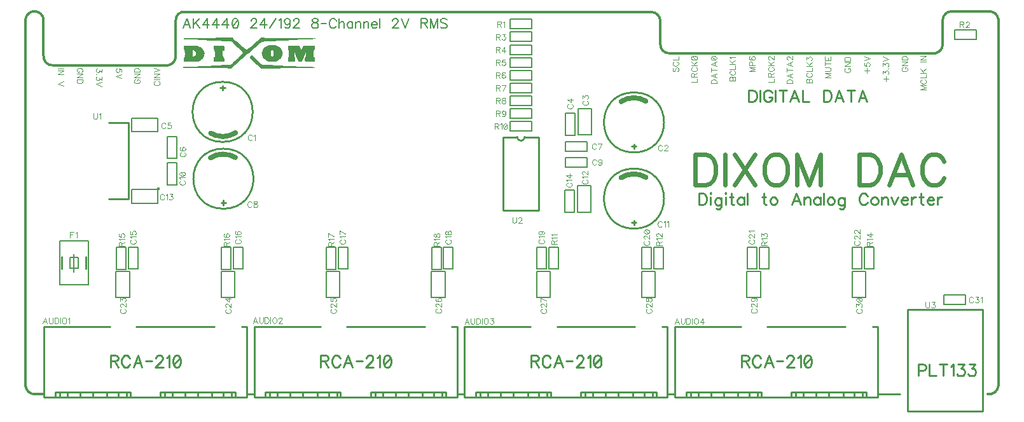
<source format=gbr>
G04 DipTrace 2.4.0.2*
%IN1_Layer_Top_Silk.gbr*%
%MOIN*%
%ADD10C,0.0098*%
%ADD12C,0.003*%
%ADD14C,0.0079*%
%ADD15C,0.0276*%
%ADD22C,0.0118*%
%ADD24C,0.0059*%
%ADD35C,0.0154*%
%ADD72C,0.0046*%
%ADD73C,0.0247*%
%ADD74C,0.0093*%
%ADD75C,0.0077*%
%FSLAX44Y44*%
G04*
G70*
G90*
G75*
G01*
%LNTopSilk*%
%LPD*%
X16732Y3937D2*
D10*
X6102D1*
Y7638D2*
X9567D1*
X6102Y3937D2*
Y7638D1*
X16732Y3937D2*
Y7638D1*
X6929Y3937D2*
Y4173D1*
X12441Y3937D2*
Y4173D1*
X16141Y3937D2*
Y4213D1*
X12205D1*
X10630Y3937D2*
Y4213D1*
X6693D1*
Y3937D2*
Y4213D1*
X10945Y7638D2*
X15039D1*
X16457D2*
X16732D1*
X7323Y3977D2*
Y4213D1*
X7992Y3977D2*
Y4213D1*
X8661Y3937D2*
Y4213D1*
X9409Y3977D2*
Y4213D1*
X10000Y3977D2*
Y4213D1*
X10433Y3977D2*
Y4213D1*
X12205Y3937D2*
Y4213D1*
X12834Y3977D2*
Y4213D1*
X13504Y3977D2*
Y4213D1*
X14174Y3937D2*
Y4213D1*
X14921Y3977D2*
Y4213D1*
X15512Y3977D2*
Y4213D1*
X15945Y3977D2*
Y4213D1*
X27756Y3937D2*
X17126D1*
Y7638D2*
X20590D1*
X17126Y3937D2*
Y7638D1*
X27756Y3937D2*
Y7638D1*
X17953Y3937D2*
Y4173D1*
X23465Y3937D2*
Y4173D1*
X27165Y3937D2*
Y4213D1*
X23229D1*
X21653Y3937D2*
Y4213D1*
X17717D1*
Y3937D2*
Y4213D1*
X21969Y7638D2*
X26063D1*
X27481D2*
X27756D1*
X18346Y3977D2*
Y4213D1*
X19016Y3977D2*
Y4213D1*
X19685Y3937D2*
Y4213D1*
X20433Y3977D2*
Y4213D1*
X21024Y3977D2*
Y4213D1*
X21457Y3977D2*
Y4213D1*
X23229Y3937D2*
Y4213D1*
X23858Y3977D2*
Y4213D1*
X24528Y3977D2*
Y4213D1*
X25197Y3937D2*
Y4213D1*
X25945Y3977D2*
Y4213D1*
X26536Y3977D2*
Y4213D1*
X26968Y3977D2*
Y4213D1*
X38780Y3937D2*
X28150D1*
Y7638D2*
X31614D1*
X28150Y3937D2*
Y7638D1*
X38780Y3937D2*
Y7638D1*
X28977Y3937D2*
Y4173D1*
X34488Y3937D2*
Y4173D1*
X38189Y3937D2*
Y4213D1*
X34252D1*
X32677Y3937D2*
Y4213D1*
X28741D1*
Y3937D2*
Y4213D1*
X32993Y7638D2*
X37086D1*
X38504D2*
X38780D1*
X29370Y3977D2*
Y4213D1*
X30040Y3977D2*
Y4213D1*
X30708Y3937D2*
Y4213D1*
X31457Y3977D2*
Y4213D1*
X32048Y3977D2*
Y4213D1*
X32480Y3977D2*
Y4213D1*
X34252Y3937D2*
Y4213D1*
X34882Y3977D2*
Y4213D1*
X35551Y3977D2*
Y4213D1*
X36221Y3937D2*
Y4213D1*
X36968Y3977D2*
Y4213D1*
X37559Y3977D2*
Y4213D1*
X37992Y3977D2*
Y4213D1*
X49803Y3937D2*
X39173D1*
Y7638D2*
X42638D1*
X39173Y3937D2*
Y7638D1*
X49803Y3937D2*
Y7638D1*
X40000Y3937D2*
Y4173D1*
X45512Y3937D2*
Y4173D1*
X49212Y3937D2*
Y4213D1*
X45276D1*
X43701Y3937D2*
Y4213D1*
X39764D1*
Y3937D2*
Y4213D1*
X44016Y7638D2*
X48110D1*
X49528D2*
X49803D1*
X40394Y3977D2*
Y4213D1*
X41063Y3977D2*
Y4213D1*
X41732Y3937D2*
Y4213D1*
X42480Y3977D2*
Y4213D1*
X43071Y3977D2*
Y4213D1*
X43504Y3977D2*
Y4213D1*
X45276Y3937D2*
Y4213D1*
X45905Y3977D2*
Y4213D1*
X46575Y3977D2*
Y4213D1*
X47245Y3937D2*
Y4213D1*
X47992Y3977D2*
Y4213D1*
X48583Y3977D2*
Y4213D1*
X49015Y3977D2*
Y4213D1*
X15472Y17323D2*
G02X15472Y17323I0J1575D01*
G01*
X15354Y20157D2*
X15591D1*
X15472Y20276D2*
Y20039D1*
X14846Y17782D2*
D15*
G03X16146Y17802I634J1046D01*
G01*
X37031Y19921D2*
D10*
G02X37031Y19921I0J-1575D01*
G01*
X37149Y17087D2*
X36913D1*
X37031Y16969D2*
Y17205D1*
X37657Y19462D2*
D15*
G03X36358Y19442I-634J-1046D01*
G01*
X34803Y19075D2*
D24*
X34094D1*
Y17697D1*
X34803D1*
Y19075D1*
X33431Y18822D2*
X33931D1*
Y17680D1*
X33431D1*
Y18822D1*
X10709Y18563D2*
X12087D1*
Y17854D1*
X10709D1*
Y18563D1*
X12585Y17602D2*
X13085D1*
Y16460D1*
X12585D1*
Y17602D1*
X34570Y17337D2*
X33428D1*
Y16837D1*
X34570D1*
Y17337D1*
X15512Y16969D2*
D10*
G02X15512Y16969I0J-1575D01*
G01*
X15630Y14134D2*
X15394D1*
X15512Y14016D2*
Y14252D1*
X16138Y16509D2*
D15*
G03X14839Y16489I-634J-1046D01*
G01*
X34570Y16510D2*
D24*
X33428D1*
Y16010D1*
X34570D1*
Y16510D1*
X12585Y16224D2*
X13085D1*
Y15082D1*
X12585D1*
Y16224D1*
X37031Y15925D2*
D10*
G02X37031Y15925I0J-1575D01*
G01*
X37149Y13091D2*
X36913D1*
X37031Y12972D2*
Y13209D1*
X37657Y15466D2*
D15*
G03X36358Y15446I-634J-1046D01*
G01*
X34783Y15020D2*
D24*
X34075D1*
Y13642D1*
X34783D1*
Y15020D1*
X10709Y14823D2*
X12087D1*
Y14114D1*
X10709D1*
Y14823D1*
X33392Y14787D2*
X33892D1*
Y13645D1*
X33392D1*
Y14787D1*
X10537Y11794D2*
X11037D1*
Y10653D1*
X10537D1*
Y11794D1*
X16030D2*
X16530D1*
Y10653D1*
X16030D1*
Y11794D1*
X21522D2*
X22022D1*
Y10653D1*
X21522D1*
Y11794D1*
X27053D2*
X27553D1*
Y10653D1*
X27053D1*
Y11794D1*
X31935D2*
X32435D1*
Y10653D1*
X31935D1*
Y11794D1*
X37447D2*
X37947D1*
Y10653D1*
X37447D1*
Y11794D1*
X42959D2*
X43459D1*
Y10653D1*
X42959D1*
Y11794D1*
X48470D2*
X48970D1*
Y10653D1*
X48470D1*
Y11794D1*
X9882Y9154D2*
X10591D1*
Y10531D1*
X9882D1*
Y9154D1*
X15394D2*
X16102D1*
Y10531D1*
X15394D1*
Y9154D1*
X20906D2*
X21614D1*
Y10531D1*
X20906D1*
Y9154D1*
X26417D2*
X27126D1*
Y10531D1*
X26417D1*
Y9154D1*
X31929D2*
X32638D1*
Y10531D1*
X31929D1*
Y9154D1*
X37441D2*
X38150D1*
Y10531D1*
X37441D1*
Y9154D1*
X42953D2*
X43661D1*
Y10531D1*
X42953D1*
Y9154D1*
X48465D2*
X49173D1*
Y10531D1*
X48465D1*
Y9154D1*
X53265Y8785D2*
X54406D1*
Y9285D1*
X53265D1*
Y8785D1*
X8307Y11299D2*
D10*
Y10669D1*
X7047Y11299D2*
Y10669D1*
X7894Y11260D2*
D14*
X7480D1*
Y10689D1*
X7894D1*
Y11260D1*
X7677Y11437D2*
Y10512D1*
X8425Y9823D2*
D24*
X6929D1*
Y12126D1*
X8425D1*
Y9823D1*
X30532Y23254D2*
X31674D1*
Y23754D1*
X30532D1*
Y23254D1*
X54964Y23183D2*
X53822D1*
Y22683D1*
X54964D1*
Y23183D1*
X30532Y22585D2*
X31674D1*
Y23085D1*
X30532D1*
Y22585D1*
Y21915D2*
X31674D1*
Y22415D1*
X30532D1*
Y21915D1*
Y21246D2*
X31674D1*
Y21746D1*
X30532D1*
Y21246D1*
Y20577D2*
X31674D1*
Y21077D1*
X30532D1*
Y20577D1*
Y19907D2*
X31674D1*
Y20408D1*
X30532D1*
Y19907D1*
Y19238D2*
X31674D1*
Y19738D1*
X30532D1*
Y19238D1*
Y18569D2*
X31674D1*
Y19069D1*
X30532D1*
Y18569D1*
Y17900D2*
X31674D1*
Y18400D1*
X30532D1*
Y17900D1*
X33065Y10666D2*
X32565D1*
Y11808D1*
X33065D1*
Y10666D1*
X38577D2*
X38077D1*
Y11808D1*
X38577D1*
Y10666D1*
X44089D2*
X43589D1*
Y11808D1*
X44089D1*
Y10666D1*
X49600D2*
X49100D1*
Y11808D1*
X49600D1*
Y10666D1*
X10408Y10646D2*
X9907D1*
Y11788D1*
X10408D1*
Y10646D1*
X15900D2*
X15400D1*
Y11788D1*
X15900D1*
Y10646D1*
X21392D2*
X20892D1*
Y11788D1*
X21392D1*
Y10646D1*
X26923D2*
X26423D1*
Y11788D1*
X26923D1*
Y10646D1*
X10531Y14331D2*
D10*
Y18347D1*
Y14331D2*
X9508D1*
X10531Y18347D2*
X9508D1*
D35*
X12114Y14852D3*
X30161Y17579D2*
D10*
Y13721D1*
X32051D1*
Y17579D1*
X31303D1*
X30909D2*
X30161D1*
X30909D2*
G03X31303Y17579I197J1D01*
G01*
X51378Y8524D2*
X55315D1*
Y3209D1*
X51378D1*
Y8524D1*
X38921Y21969D2*
D22*
X52661D1*
X56126Y23780D2*
Y4528D1*
X38409Y23701D2*
Y22520D1*
X53213Y23740D2*
Y22362D1*
X53646Y24173D2*
X55693D1*
X13016Y23661D2*
Y21772D1*
X6598Y21339D2*
X12465D1*
X38016Y24134D2*
X13449D1*
X6087Y23701D2*
Y21850D1*
X5614Y24173D2*
D3*
X5142Y23740D2*
Y4488D1*
X6087Y23740D2*
G03X5614Y24173I-469J-38D01*
G01*
G03X5142Y23740I-3J-471D01*
G01*
X6598Y21339D2*
G02X6087Y21850I-39J472D01*
G01*
X12465Y21339D2*
G03X13016Y21772I72J476D01*
G01*
X13488Y24134D2*
G03X13016Y23701I-61J-408D01*
G01*
X38921Y21969D2*
G02X38409Y22480I-39J472D01*
G01*
X53685Y24173D2*
G03X53213Y23740I-3J-471D01*
G01*
X52661Y21969D2*
G03X53213Y22402I72J476D01*
G01*
X38409Y23701D2*
G03X37937Y24134I-469J-38D01*
G01*
X56126Y23740D2*
G03X55654Y24173I-469J-38D01*
G01*
X55575Y4094D2*
G03X56126Y4528I72J476D01*
G01*
X50984Y4094D2*
D10*
X49823D1*
X5654D2*
D22*
G02X5142Y4606I-39J472D01*
G01*
X5654Y4094D2*
X6083D1*
X39173D2*
D10*
X38780D1*
X28130D2*
X27776D1*
X17106D2*
X16732D1*
X15091Y22792D2*
D12*
X15959D1*
X17455D2*
X17635D1*
X13446Y22762D2*
X15989D1*
X17425D2*
X20298D1*
X13446Y22732D2*
X16019D1*
X17395D2*
X20058D1*
X14164Y22702D2*
X16050D1*
X17365D2*
X19370D1*
X14643Y22672D2*
X16084D1*
X17335D2*
X18921D1*
X15391Y22643D2*
X16121D1*
X17304D2*
X18233D1*
X15929Y22613D2*
X16158D1*
X17271D2*
X17585D1*
X15959Y22583D2*
X16194D1*
X17234D2*
X17517D1*
X15989Y22553D2*
X16227D1*
X17196D2*
X17460D1*
X16019Y22523D2*
X16261D1*
X17161D2*
X17412D1*
X16049Y22493D2*
X16296D1*
X17128D2*
X17373D1*
X16079Y22463D2*
X16331D1*
X17097D2*
X17338D1*
X16110Y22433D2*
X16365D1*
X17065D2*
X17306D1*
X16144Y22403D2*
X16401D1*
X17032D2*
X17271D1*
X17904D2*
X18203D1*
X13446Y22373D2*
X14104D1*
X15002D2*
X15510D1*
X16181D2*
X16434D1*
X16998D2*
X17234D1*
X17832D2*
X18276D1*
X18891D2*
X19460D1*
X19699D2*
X20268D1*
X13446Y22343D2*
X14181D1*
X15002D2*
X15524D1*
X16218D2*
X16466D1*
X16964D2*
X17196D1*
X17768D2*
X18339D1*
X18891D2*
X19475D1*
X19684D2*
X20268D1*
X13446Y22313D2*
X14247D1*
X15002D2*
X15533D1*
X16253D2*
X16498D1*
X16929D2*
X17161D1*
X17716D2*
X18391D1*
X18891D2*
X19488D1*
X19672D2*
X20268D1*
X13446Y22283D2*
X14301D1*
X15002D2*
X15537D1*
X16286D2*
X16531D1*
X16894D2*
X17128D1*
X17675D2*
X18433D1*
X18891D2*
X19504D1*
X19659D2*
X20268D1*
X13446Y22254D2*
X14342D1*
X15002D2*
X15539D1*
X16317D2*
X16566D1*
X16860D2*
X17097D1*
X17644D2*
X18467D1*
X18892D2*
X19521D1*
X19646D2*
X20267D1*
X13447Y22224D2*
X14374D1*
X15004D2*
X15540D1*
X16348D2*
X16604D1*
X16826D2*
X17065D1*
X17620D2*
X18496D1*
X18894D2*
X19535D1*
X19631D2*
X20265D1*
X13451Y22194D2*
X14399D1*
X15009D2*
X15540D1*
X16378D2*
X16653D1*
X16786D2*
X17031D1*
X17600D2*
X18518D1*
X18899D2*
X19548D1*
X19616D2*
X20260D1*
X13459Y22164D2*
X14421D1*
X15025D2*
X15540D1*
X16408D2*
X16719D1*
X16735D2*
X16994D1*
X17584D2*
X18035D1*
X18072D2*
X18536D1*
X18915D2*
X19563D1*
X19599D2*
X20244D1*
X13471Y22134D2*
X13865D1*
X13974D2*
X14438D1*
X15041D2*
X15450D1*
X16438D2*
X16957D1*
X17569D2*
X17995D1*
X18112D2*
X18550D1*
X18931D2*
X20228D1*
X13487Y22104D2*
X13865D1*
X14012D2*
X14455D1*
X15052D2*
X15450D1*
X16468D2*
X16921D1*
X17556D2*
X17979D1*
X18128D2*
X18561D1*
X18941D2*
X20218D1*
X13506Y22074D2*
X13865D1*
X14040D2*
X14469D1*
X15057D2*
X15450D1*
X16496D2*
X16889D1*
X17546D2*
X17970D1*
X18137D2*
X18572D1*
X18947D2*
X20212D1*
X13476Y22044D2*
X13865D1*
X14060D2*
X14480D1*
X15060D2*
X15450D1*
X16520D2*
X16856D1*
X17535D2*
X17966D1*
X18141D2*
X18581D1*
X18950D2*
X20210D1*
X13489Y22014D2*
X13865D1*
X14067D2*
X14487D1*
X15061D2*
X15450D1*
X16538D2*
X16823D1*
X17526D2*
X17965D1*
X18142D2*
X18587D1*
X18951D2*
X19191D1*
X19255D2*
X19784D1*
X19849D2*
X20209D1*
X13498Y21984D2*
X13865D1*
X14071D2*
X14490D1*
X15061D2*
X15450D1*
X16535D2*
X16789D1*
X17521D2*
X17964D1*
X18143D2*
X18589D1*
X18951D2*
X19191D1*
X19264D2*
X19777D1*
X19849D2*
X20208D1*
X13501Y21954D2*
X13865D1*
X14072D2*
X14491D1*
X15061D2*
X15450D1*
X16512D2*
X16754D1*
X17522D2*
X17964D1*
X18143D2*
X18586D1*
X18951D2*
X19191D1*
X19275D2*
X19768D1*
X19849D2*
X20208D1*
X13498Y21924D2*
X13865D1*
X14068D2*
X14488D1*
X15061D2*
X15450D1*
X16482D2*
X16720D1*
X17528D2*
X17964D1*
X18143D2*
X18580D1*
X18951D2*
X19191D1*
X19288D2*
X19758D1*
X19849D2*
X20208D1*
X13489Y21894D2*
X13865D1*
X14059D2*
X14481D1*
X15061D2*
X15451D1*
X16450D2*
X16684D1*
X17536D2*
X17965D1*
X18142D2*
X18571D1*
X18951D2*
X19191D1*
X19299D2*
X19744D1*
X19849D2*
X20208D1*
X13476Y21865D2*
X13868D1*
X14044D2*
X14472D1*
X15061D2*
X15453D1*
X16419D2*
X16651D1*
X16976D2*
X17006D1*
X17545D2*
X17969D1*
X18138D2*
X18562D1*
X18951D2*
X19191D1*
X19310D2*
X19728D1*
X19846D2*
X20208D1*
X13506Y21835D2*
X13876D1*
X13996D2*
X14463D1*
X15061D2*
X15458D1*
X16388D2*
X16618D1*
X16942D2*
X17033D1*
X17556D2*
X17991D1*
X18116D2*
X18551D1*
X18951D2*
X19191D1*
X19321D2*
X19713D1*
X19841D2*
X20208D1*
X13481Y21805D2*
X13911D1*
X13923D2*
X14452D1*
X15061D2*
X15479D1*
X16354D2*
X16583D1*
X16912D2*
X17063D1*
X17570D2*
X18047D1*
X18060D2*
X18537D1*
X18951D2*
X19191D1*
X19334D2*
X19701D1*
X19820D2*
X20208D1*
X13464Y21775D2*
X14438D1*
X15002D2*
X15502D1*
X16321D2*
X16546D1*
X16901D2*
X17094D1*
X17587D2*
X18519D1*
X18891D2*
X19250D1*
X19347D2*
X19690D1*
X19797D2*
X20268D1*
X13454Y21745D2*
X14420D1*
X15002D2*
X15520D1*
X16290D2*
X16508D1*
X16906D2*
X17125D1*
X17607D2*
X18496D1*
X18891D2*
X19250D1*
X19359D2*
X19679D1*
X19779D2*
X20268D1*
X13449Y21715D2*
X14397D1*
X15002D2*
X15531D1*
X16259D2*
X16473D1*
X16926D2*
X17156D1*
X17631D2*
X18470D1*
X18891D2*
X19250D1*
X19370D2*
X19670D1*
X19768D2*
X20268D1*
X13447Y21685D2*
X14369D1*
X15002D2*
X15536D1*
X16228D2*
X16440D1*
X16950D2*
X17186D1*
X17664D2*
X18439D1*
X18891D2*
X19250D1*
X19385D2*
X19658D1*
X19763D2*
X20268D1*
X13446Y21655D2*
X14336D1*
X15002D2*
X15539D1*
X16197D2*
X16409D1*
X16978D2*
X17216D1*
X17707D2*
X18402D1*
X18891D2*
X19250D1*
X19401D2*
X19645D1*
X19762D2*
X20268D1*
X13446Y21625D2*
X14295D1*
X15002D2*
X15540D1*
X16164D2*
X16378D1*
X17007D2*
X17247D1*
X17754D2*
X18358D1*
X18891D2*
X19250D1*
X19415D2*
X19632D1*
X19765D2*
X20268D1*
X13446Y21595D2*
X14246D1*
X15002D2*
X15540D1*
X16126D2*
X16347D1*
X17037D2*
X17280D1*
X17800D2*
X18310D1*
X18891D2*
X19250D1*
X19424D2*
X19620D1*
X19775D2*
X20268D1*
X13446Y21565D2*
X14194D1*
X15002D2*
X15540D1*
X16089D2*
X16313D1*
X17067D2*
X17317D1*
X17844D2*
X18263D1*
X18891D2*
X19250D1*
X19430D2*
X19609D1*
X19789D2*
X20268D1*
X16054Y21535D2*
X16276D1*
X17100D2*
X17351D1*
X16021Y21506D2*
X16238D1*
X17134D2*
X17383D1*
X15990Y21476D2*
X16203D1*
X17169D2*
X17415D1*
X15959Y21446D2*
X16171D1*
X17203D2*
X17449D1*
X15929Y21416D2*
X16139D1*
X17238D2*
X17482D1*
X15899Y21386D2*
X16108D1*
X17272D2*
X17514D1*
X15391Y21356D2*
X16074D1*
X17304D2*
X18083D1*
X14882Y21326D2*
X16037D1*
X17335D2*
X18592D1*
X14164Y21296D2*
X15999D1*
X17365D2*
X19310D1*
X13416Y21266D2*
X15964D1*
X17395D2*
X20058D1*
X13416Y21236D2*
X15931D1*
X17425D2*
X20268D1*
X15750Y21206D2*
X15899D1*
X17455D2*
X18472D1*
X15091Y22792D2*
Y22762D1*
X15959Y22792D2*
X15989Y22762D1*
X16019Y22732D1*
X16050Y22702D1*
X16084Y22672D1*
X16121Y22643D1*
X16158Y22613D1*
X16194Y22583D1*
X16227Y22553D1*
X16261Y22523D1*
X16296Y22493D1*
X16331Y22463D1*
X16365Y22433D1*
X16401Y22403D1*
X16434Y22373D1*
X16466Y22343D1*
X16498Y22313D1*
X16531Y22283D1*
X16566Y22254D1*
X16604Y22224D1*
X16653Y22194D1*
X16719Y22164D1*
X16797Y22134D1*
X17455Y22792D2*
X17425Y22762D1*
X17395Y22732D1*
X17365Y22702D1*
X17335Y22672D1*
X17304Y22643D1*
X17271Y22613D1*
X17234Y22583D1*
X17196Y22553D1*
X17161Y22523D1*
X17128Y22493D1*
X17097Y22463D1*
X17065Y22433D1*
X17032Y22403D1*
X16998Y22373D1*
X16964Y22343D1*
X16929Y22313D1*
X16894Y22283D1*
X16860Y22254D1*
X16826Y22224D1*
X16786Y22194D1*
X16735Y22164D1*
X16677Y22134D1*
X17635Y22792D2*
Y22762D1*
X13446D2*
Y22732D1*
X20298Y22762D2*
X20058Y22732D1*
X14134D2*
X14164Y22702D1*
X19400Y22732D2*
X19370Y22702D1*
X14613D2*
X14643Y22672D1*
X18951Y22702D2*
X18921Y22672D1*
X15361D2*
X15391Y22643D1*
X18263Y22672D2*
X18233Y22643D1*
X15899D2*
X15929Y22613D1*
X15959Y22583D1*
X15989Y22553D1*
X16019Y22523D1*
X16049Y22493D1*
X16079Y22463D1*
X16110Y22433D1*
X16144Y22403D1*
X16181Y22373D1*
X16218Y22343D1*
X16253Y22313D1*
X16286Y22283D1*
X16317Y22254D1*
X16348Y22224D1*
X16378Y22194D1*
X16408Y22164D1*
X16438Y22134D1*
X16468Y22104D1*
X16496Y22074D1*
X16520Y22044D1*
X16538Y22014D1*
X16535Y21984D1*
X16512Y21954D1*
X16482Y21924D1*
X16450Y21894D1*
X16419Y21865D1*
X16388Y21835D1*
X16354Y21805D1*
X16321Y21775D1*
X16290Y21745D1*
X16259Y21715D1*
X16228Y21685D1*
X16197Y21655D1*
X16164Y21625D1*
X16126Y21595D1*
X16089Y21565D1*
X16054Y21535D1*
X16021Y21506D1*
X15990Y21476D1*
X15959Y21446D1*
X15929Y21416D1*
X15899Y21386D1*
X15869Y21356D1*
X17665Y22643D2*
X17585Y22613D1*
X17517Y22583D1*
X17460Y22553D1*
X17412Y22523D1*
X17373Y22493D1*
X17338Y22463D1*
X17306Y22433D1*
X17271Y22403D1*
X17234Y22373D1*
X17196Y22343D1*
X17161Y22313D1*
X17128Y22283D1*
X17097Y22254D1*
X17065Y22224D1*
X17031Y22194D1*
X16994Y22164D1*
X16957Y22134D1*
X16921Y22104D1*
X16889Y22074D1*
X16856Y22044D1*
X16823Y22014D1*
X16789Y21984D1*
X16754Y21954D1*
X16720Y21924D1*
X16684Y21894D1*
X16651Y21865D1*
X16618Y21835D1*
X16583Y21805D1*
X16546Y21775D1*
X16508Y21745D1*
X16473Y21715D1*
X16440Y21685D1*
X16409Y21655D1*
X16378Y21625D1*
X16347Y21595D1*
X16313Y21565D1*
X16276Y21535D1*
X16238Y21506D1*
X16203Y21476D1*
X16171Y21446D1*
X16139Y21416D1*
X16108Y21386D1*
X16074Y21356D1*
X16037Y21326D1*
X15999Y21296D1*
X15964Y21266D1*
X15931Y21236D1*
X15899Y21206D1*
X17904Y22403D2*
X17832Y22373D1*
X17768Y22343D1*
X17716Y22313D1*
X17675Y22283D1*
X17644Y22254D1*
X17620Y22224D1*
X17600Y22194D1*
X17584Y22164D1*
X17569Y22134D1*
X17556Y22104D1*
X17546Y22074D1*
X17535Y22044D1*
X17526Y22014D1*
X17521Y21984D1*
X17522Y21954D1*
X17528Y21924D1*
X17536Y21894D1*
X17545Y21865D1*
X17556Y21835D1*
X17570Y21805D1*
X17587Y21775D1*
X17607Y21745D1*
X17631Y21715D1*
X17664Y21685D1*
X17707Y21655D1*
X17754Y21625D1*
X17800Y21595D1*
X17844Y21565D1*
X18203Y22403D2*
X18276Y22373D1*
X18339Y22343D1*
X18391Y22313D1*
X18433Y22283D1*
X18467Y22254D1*
X18496Y22224D1*
X18518Y22194D1*
X18536Y22164D1*
X18550Y22134D1*
X18561Y22104D1*
X18572Y22074D1*
X18581Y22044D1*
X18587Y22014D1*
X18589Y21984D1*
X18586Y21954D1*
X18580Y21924D1*
X18571Y21894D1*
X18562Y21865D1*
X18551Y21835D1*
X18537Y21805D1*
X18519Y21775D1*
X18496Y21745D1*
X18470Y21715D1*
X18439Y21685D1*
X18402Y21655D1*
X18358Y21625D1*
X18310Y21595D1*
X18263Y21565D1*
X13446Y22373D2*
Y22343D1*
Y22313D1*
Y22283D1*
Y22254D1*
X13447Y22224D1*
X13451Y22194D1*
X13459Y22164D1*
X13471Y22134D1*
X13487Y22104D1*
X13506Y22074D1*
X13476Y22044D1*
X13489Y22014D1*
X13498Y21984D1*
X13501Y21954D1*
X13498Y21924D1*
X13489Y21894D1*
X13476Y21865D1*
X13506Y21835D1*
X13481Y21805D1*
X13464Y21775D1*
X13454Y21745D1*
X13449Y21715D1*
X13447Y21685D1*
X13446Y21655D1*
Y21625D1*
Y21595D1*
Y21565D1*
X14104Y22373D2*
X14181Y22343D1*
X14247Y22313D1*
X14301Y22283D1*
X14342Y22254D1*
X14374Y22224D1*
X14399Y22194D1*
X14421Y22164D1*
X14438Y22134D1*
X14455Y22104D1*
X14469Y22074D1*
X14480Y22044D1*
X14487Y22014D1*
X14490Y21984D1*
X14491Y21954D1*
X14488Y21924D1*
X14481Y21894D1*
X14472Y21865D1*
X14463Y21835D1*
X14452Y21805D1*
X14438Y21775D1*
X14420Y21745D1*
X14397Y21715D1*
X14369Y21685D1*
X14336Y21655D1*
X14295Y21625D1*
X14246Y21595D1*
X14194Y21565D1*
X15002Y22373D2*
Y22343D1*
Y22313D1*
Y22283D1*
Y22254D1*
X15004Y22224D1*
X15009Y22194D1*
X15025Y22164D1*
X15041Y22134D1*
X15052Y22104D1*
X15057Y22074D1*
X15060Y22044D1*
X15061Y22014D1*
Y21984D1*
Y21954D1*
Y21924D1*
Y21894D1*
Y21865D1*
Y21835D1*
Y21805D1*
Y21775D1*
X15002D1*
Y21745D1*
Y21715D1*
Y21685D1*
Y21655D1*
Y21625D1*
Y21595D1*
Y21565D1*
X15510Y22373D2*
X15524Y22343D1*
X15533Y22313D1*
X15537Y22283D1*
X15539Y22254D1*
X15540Y22224D1*
Y22194D1*
Y22164D1*
Y22134D1*
X15450D1*
Y22104D1*
Y22074D1*
Y22044D1*
Y22014D1*
Y21984D1*
Y21954D1*
Y21924D1*
X15451Y21894D1*
X15453Y21865D1*
X15458Y21835D1*
X15479Y21805D1*
X15502Y21775D1*
X15520Y21745D1*
X15531Y21715D1*
X15536Y21685D1*
X15539Y21655D1*
X15540Y21625D1*
Y21595D1*
Y21565D1*
X18891Y22373D2*
Y22343D1*
Y22313D1*
Y22283D1*
X18892Y22254D1*
X18894Y22224D1*
X18899Y22194D1*
X18915Y22164D1*
X18931Y22134D1*
X18941Y22104D1*
X18947Y22074D1*
X18950Y22044D1*
X18951Y22014D1*
Y21984D1*
Y21954D1*
Y21924D1*
Y21894D1*
Y21865D1*
Y21835D1*
Y21805D1*
Y21775D1*
X18891D1*
Y21745D1*
Y21715D1*
Y21685D1*
Y21655D1*
Y21625D1*
Y21595D1*
Y21565D1*
X19460Y22373D2*
X19475Y22343D1*
X19488Y22313D1*
X19504Y22283D1*
X19521Y22254D1*
X19535Y22224D1*
X19548Y22194D1*
X19563Y22164D1*
X19580Y22134D1*
X19699Y22373D2*
X19684Y22343D1*
X19672Y22313D1*
X19659Y22283D1*
X19646Y22254D1*
X19631Y22224D1*
X19616Y22194D1*
X19599Y22164D1*
X19580Y22134D1*
X20268Y22373D2*
Y22343D1*
Y22313D1*
Y22283D1*
X20267Y22254D1*
X20265Y22224D1*
X20260Y22194D1*
X20244Y22164D1*
X20228Y22134D1*
X20218Y22104D1*
X20212Y22074D1*
X20210Y22044D1*
X20209Y22014D1*
X20208Y21984D1*
Y21954D1*
Y21924D1*
Y21894D1*
Y21865D1*
Y21835D1*
Y21805D1*
Y21775D1*
X20268D1*
Y21745D1*
Y21715D1*
Y21685D1*
Y21655D1*
Y21625D1*
Y21595D1*
Y21565D1*
X18083Y22194D2*
X18035Y22164D1*
X17995Y22134D1*
X17979Y22104D1*
X17970Y22074D1*
X17966Y22044D1*
X17965Y22014D1*
X17964Y21984D1*
Y21954D1*
Y21924D1*
X17965Y21894D1*
X17969Y21865D1*
X17991Y21835D1*
X18047Y21805D1*
X18113Y21775D1*
X18024Y22194D2*
X18072Y22164D1*
X18112Y22134D1*
X18128Y22104D1*
X18137Y22074D1*
X18141Y22044D1*
X18142Y22014D1*
X18143Y21984D1*
Y21954D1*
Y21924D1*
X18142Y21894D1*
X18138Y21865D1*
X18116Y21835D1*
X18060Y21805D1*
X17994Y21775D1*
X13865Y22164D2*
Y22134D1*
Y22104D1*
Y22074D1*
Y22044D1*
Y22014D1*
Y21984D1*
Y21954D1*
Y21924D1*
Y21894D1*
X13868Y21865D1*
X13876Y21835D1*
X13911Y21805D1*
X13954Y21775D1*
X13924Y22164D2*
X13974Y22134D1*
X14012Y22104D1*
X14040Y22074D1*
X14060Y22044D1*
X14067Y22014D1*
X14071Y21984D1*
X14072Y21954D1*
X14068Y21924D1*
X14059Y21894D1*
X14044Y21865D1*
X13996Y21835D1*
X13923Y21805D1*
X13835Y21775D1*
X19191Y22044D2*
Y22014D1*
Y21984D1*
Y21954D1*
Y21924D1*
Y21894D1*
Y21865D1*
Y21835D1*
Y21805D1*
Y21775D1*
X19250D1*
Y21745D1*
Y21715D1*
Y21685D1*
Y21655D1*
Y21625D1*
Y21595D1*
Y21565D1*
Y22044D2*
X19255Y22014D1*
X19264Y21984D1*
X19275Y21954D1*
X19288Y21924D1*
X19299Y21894D1*
X19310Y21865D1*
X19321Y21835D1*
X19334Y21805D1*
X19347Y21775D1*
X19359Y21745D1*
X19370Y21715D1*
X19385Y21685D1*
X19401Y21655D1*
X19415Y21625D1*
X19424Y21595D1*
X19430Y21565D1*
X19789Y22044D2*
X19784Y22014D1*
X19777Y21984D1*
X19768Y21954D1*
X19758Y21924D1*
X19744Y21894D1*
X19728Y21865D1*
X19713Y21835D1*
X19701Y21805D1*
X19690Y21775D1*
X19679Y21745D1*
X19670Y21715D1*
X19658Y21685D1*
X19645Y21655D1*
X19632Y21625D1*
X19620Y21595D1*
X19609Y21565D1*
X19849Y22044D2*
Y22014D1*
Y21984D1*
Y21954D1*
Y21924D1*
Y21894D1*
X19846Y21865D1*
X19841Y21835D1*
X19820Y21805D1*
X19797Y21775D1*
X19779Y21745D1*
X19768Y21715D1*
X19763Y21685D1*
X19762Y21655D1*
X19765Y21625D1*
X19775Y21595D1*
X19789Y21565D1*
X16976Y21865D2*
X16942Y21835D1*
X16912Y21805D1*
X16901Y21775D1*
X16906Y21745D1*
X16926Y21715D1*
X16950Y21685D1*
X16978Y21655D1*
X17007Y21625D1*
X17037Y21595D1*
X17067Y21565D1*
X17100Y21535D1*
X17134Y21506D1*
X17169Y21476D1*
X17203Y21446D1*
X17238Y21416D1*
X17272Y21386D1*
X17304Y21356D1*
X17335Y21326D1*
X17365Y21296D1*
X17395Y21266D1*
X17425Y21236D1*
X17455Y21206D1*
X17006Y21865D2*
X17033Y21835D1*
X17063Y21805D1*
X17094Y21775D1*
X17125Y21745D1*
X17156Y21715D1*
X17186Y21685D1*
X17216Y21655D1*
X17247Y21625D1*
X17280Y21595D1*
X17317Y21565D1*
X17351Y21535D1*
X17383Y21506D1*
X17415Y21476D1*
X17449Y21446D1*
X17482Y21416D1*
X17514Y21386D1*
X17545Y21356D1*
X15391D2*
Y21326D1*
X18083Y21356D2*
Y21326D1*
X14882D2*
Y21296D1*
X18592Y21326D2*
Y21296D1*
X14164D2*
Y21266D1*
X19310Y21296D2*
Y21266D1*
X13416D2*
Y21236D1*
X20058Y21266D2*
X20268Y21236D1*
X15720D2*
X15750Y21206D1*
X18502Y21236D2*
X18472Y21206D1*
X6284Y7795D2*
D72*
X6169Y8097D1*
X6054Y7795D1*
X6097Y7896D2*
X6240D1*
X6376Y8097D2*
Y7882D1*
X6391Y7838D1*
X6419Y7810D1*
X6462Y7795D1*
X6491D1*
X6534Y7810D1*
X6563Y7838D1*
X6577Y7882D1*
Y8097D1*
X6670D2*
Y7795D1*
X6770D1*
X6813Y7810D1*
X6842Y7838D1*
X6857Y7867D1*
X6871Y7910D1*
Y7982D1*
X6857Y8025D1*
X6842Y8054D1*
X6813Y8083D1*
X6770Y8097D1*
X6670D1*
X6963D2*
Y7795D1*
X7142Y8097D2*
X7113Y8083D1*
X7085Y8054D1*
X7070Y8025D1*
X7056Y7982D1*
Y7910D1*
X7070Y7867D1*
X7085Y7838D1*
X7113Y7810D1*
X7142Y7795D1*
X7200D1*
X7228Y7810D1*
X7257Y7838D1*
X7271Y7867D1*
X7286Y7910D1*
Y7982D1*
X7271Y8025D1*
X7257Y8054D1*
X7228Y8083D1*
X7200Y8097D1*
X7142D1*
X7378Y8039D2*
X7407Y8054D1*
X7450Y8096D1*
Y7795D1*
X17302Y7815D2*
X17187Y8117D1*
X17072Y7815D1*
X17115Y7916D2*
X17259D1*
X17394Y8117D2*
Y7901D1*
X17409Y7858D1*
X17438Y7830D1*
X17481Y7815D1*
X17509D1*
X17552Y7830D1*
X17581Y7858D1*
X17595Y7901D1*
Y8117D1*
X17688D2*
Y7815D1*
X17788D1*
X17832Y7830D1*
X17860Y7858D1*
X17875Y7887D1*
X17889Y7930D1*
Y8002D1*
X17875Y8045D1*
X17860Y8073D1*
X17832Y8102D1*
X17788Y8117D1*
X17688D1*
X17982D2*
Y7815D1*
X18160Y8117D2*
X18132Y8102D1*
X18103Y8073D1*
X18089Y8045D1*
X18074Y8002D1*
Y7930D1*
X18089Y7887D1*
X18103Y7858D1*
X18132Y7830D1*
X18160Y7815D1*
X18218D1*
X18246Y7830D1*
X18275Y7858D1*
X18289Y7887D1*
X18304Y7930D1*
Y8002D1*
X18289Y8045D1*
X18275Y8073D1*
X18246Y8102D1*
X18218Y8117D1*
X18160D1*
X18411Y8045D2*
Y8059D1*
X18425Y8088D1*
X18439Y8102D1*
X18468Y8116D1*
X18526D1*
X18554Y8102D1*
X18568Y8088D1*
X18583Y8059D1*
Y8030D1*
X18568Y8001D1*
X18540Y7959D1*
X18396Y7815D1*
X18597D1*
X28384Y7776D2*
X28269Y8077D1*
X28155Y7776D1*
X28198Y7876D2*
X28341D1*
X28477Y8077D2*
Y7862D1*
X28491Y7819D1*
X28520Y7790D1*
X28563Y7776D1*
X28592D1*
X28635Y7790D1*
X28664Y7819D1*
X28678Y7862D1*
Y8077D1*
X28771D2*
Y7776D1*
X28871D1*
X28914Y7790D1*
X28943Y7819D1*
X28957Y7848D1*
X28972Y7890D1*
Y7962D1*
X28957Y8006D1*
X28943Y8034D1*
X28914Y8063D1*
X28871Y8077D1*
X28771D1*
X29064D2*
Y7776D1*
X29243Y8077D2*
X29214Y8063D1*
X29186Y8034D1*
X29171Y8006D1*
X29157Y7962D1*
Y7890D1*
X29171Y7848D1*
X29186Y7819D1*
X29214Y7790D1*
X29243Y7776D1*
X29301D1*
X29329Y7790D1*
X29358Y7819D1*
X29372Y7848D1*
X29386Y7890D1*
Y7962D1*
X29372Y8006D1*
X29358Y8034D1*
X29329Y8063D1*
X29301Y8077D1*
X29243D1*
X29508D2*
X29665D1*
X29580Y7962D1*
X29623D1*
X29651Y7948D1*
X29665Y7934D1*
X29680Y7890D1*
Y7862D1*
X29665Y7819D1*
X29637Y7790D1*
X29594Y7776D1*
X29551D1*
X29508Y7790D1*
X29494Y7805D1*
X29479Y7833D1*
X39401Y7776D2*
X39286Y8077D1*
X39171Y7776D1*
X39214Y7876D2*
X39358D1*
X39494Y8077D2*
Y7862D1*
X39508Y7819D1*
X39537Y7790D1*
X39580Y7776D1*
X39608D1*
X39651Y7790D1*
X39680Y7819D1*
X39695Y7862D1*
Y8077D1*
X39787D2*
Y7776D1*
X39888D1*
X39931Y7790D1*
X39960Y7819D1*
X39974Y7848D1*
X39988Y7890D1*
Y7962D1*
X39974Y8006D1*
X39960Y8034D1*
X39931Y8063D1*
X39888Y8077D1*
X39787D1*
X40081D2*
Y7776D1*
X40260Y8077D2*
X40231Y8063D1*
X40202Y8034D1*
X40188Y8006D1*
X40173Y7962D1*
Y7890D1*
X40188Y7848D1*
X40202Y7819D1*
X40231Y7790D1*
X40260Y7776D1*
X40317D1*
X40346Y7790D1*
X40374Y7819D1*
X40389Y7848D1*
X40403Y7890D1*
Y7962D1*
X40389Y8006D1*
X40374Y8034D1*
X40346Y8063D1*
X40317Y8077D1*
X40260D1*
X40639Y7776D2*
Y8077D1*
X40496Y7876D1*
X40711D1*
X17022Y17635D2*
X17007Y17664D1*
X16978Y17693D1*
X16950Y17707D1*
X16893D1*
X16864Y17693D1*
X16835Y17664D1*
X16821Y17635D1*
X16806Y17592D1*
Y17520D1*
X16821Y17477D1*
X16835Y17449D1*
X16864Y17420D1*
X16893Y17405D1*
X16950D1*
X16978Y17420D1*
X17007Y17449D1*
X17022Y17477D1*
X17114Y17649D2*
X17143Y17664D1*
X17186Y17707D1*
Y17405D1*
X38516Y17084D2*
X38502Y17113D1*
X38473Y17141D1*
X38444Y17156D1*
X38387D1*
X38358Y17141D1*
X38329Y17113D1*
X38315Y17084D1*
X38301Y17041D1*
Y16969D1*
X38315Y16926D1*
X38329Y16897D1*
X38358Y16869D1*
X38387Y16854D1*
X38444D1*
X38473Y16869D1*
X38502Y16897D1*
X38516Y16926D1*
X38623Y17084D2*
Y17098D1*
X38637Y17127D1*
X38652Y17141D1*
X38680Y17155D1*
X38738D1*
X38766Y17141D1*
X38781Y17127D1*
X38795Y17098D1*
Y17069D1*
X38781Y17041D1*
X38752Y16998D1*
X38608Y16854D1*
X38809D1*
X34403Y19475D2*
X34374Y19461D1*
X34346Y19432D1*
X34331Y19404D1*
Y19346D1*
X34346Y19317D1*
X34374Y19289D1*
X34403Y19274D1*
X34446Y19260D1*
X34518D1*
X34561Y19274D1*
X34590Y19289D1*
X34618Y19317D1*
X34633Y19346D1*
Y19404D1*
X34618Y19432D1*
X34590Y19461D1*
X34561Y19475D1*
X34332Y19597D2*
Y19754D1*
X34446Y19668D1*
Y19712D1*
X34461Y19740D1*
X34475Y19754D1*
X34518Y19769D1*
X34547D1*
X34590Y19754D1*
X34619Y19726D1*
X34633Y19683D1*
Y19640D1*
X34619Y19597D1*
X34604Y19583D1*
X34575Y19568D1*
X33597Y19297D2*
X33568Y19283D1*
X33540Y19254D1*
X33525Y19226D1*
Y19168D1*
X33540Y19139D1*
X33568Y19111D1*
X33597Y19096D1*
X33640Y19082D1*
X33712D1*
X33755Y19096D1*
X33784Y19111D1*
X33812Y19139D1*
X33827Y19168D1*
Y19226D1*
X33812Y19254D1*
X33784Y19283D1*
X33755Y19297D1*
X33827Y19533D2*
X33526D1*
X33726Y19390D1*
Y19605D1*
X12487Y18255D2*
X12473Y18283D1*
X12444Y18312D1*
X12416Y18326D1*
X12358D1*
X12329Y18312D1*
X12301Y18283D1*
X12286Y18255D1*
X12272Y18211D1*
Y18139D1*
X12286Y18097D1*
X12301Y18068D1*
X12329Y18039D1*
X12358Y18025D1*
X12416D1*
X12444Y18039D1*
X12473Y18068D1*
X12487Y18097D1*
X12752Y18326D2*
X12609D1*
X12594Y18197D1*
X12609Y18211D1*
X12652Y18226D1*
X12695D1*
X12738Y18211D1*
X12766Y18183D1*
X12781Y18139D1*
Y18111D1*
X12766Y18068D1*
X12738Y18039D1*
X12695Y18025D1*
X12652D1*
X12609Y18039D1*
X12594Y18054D1*
X12580Y18082D1*
X13302Y16772D2*
X13273Y16758D1*
X13244Y16729D1*
X13230Y16701D1*
Y16643D1*
X13244Y16614D1*
X13273Y16586D1*
X13302Y16571D1*
X13345Y16557D1*
X13417D1*
X13459Y16571D1*
X13488Y16586D1*
X13517Y16614D1*
X13531Y16643D1*
Y16701D1*
X13517Y16729D1*
X13488Y16758D1*
X13459Y16772D1*
X13273Y17037D2*
X13245Y17023D1*
X13230Y16980D1*
Y16951D1*
X13245Y16908D1*
X13288Y16879D1*
X13359Y16865D1*
X13431D1*
X13488Y16879D1*
X13517Y16908D1*
X13531Y16951D1*
Y16965D1*
X13517Y17008D1*
X13488Y17037D1*
X13445Y17051D1*
X13431D1*
X13388Y17037D1*
X13359Y17008D1*
X13345Y16965D1*
Y16951D1*
X13359Y16908D1*
X13388Y16879D1*
X13431Y16865D1*
X35052Y17171D2*
X35038Y17199D1*
X35009Y17228D1*
X34981Y17242D1*
X34923D1*
X34895Y17228D1*
X34866Y17199D1*
X34851Y17171D1*
X34837Y17128D1*
Y17056D1*
X34851Y17013D1*
X34866Y16984D1*
X34895Y16956D1*
X34923Y16941D1*
X34981D1*
X35009Y16956D1*
X35038Y16984D1*
X35052Y17013D1*
X35202Y16941D2*
X35346Y17242D1*
X35145D1*
X16997Y14131D2*
X16982Y14160D1*
X16953Y14189D1*
X16925Y14203D1*
X16868D1*
X16839Y14189D1*
X16810Y14160D1*
X16796Y14131D1*
X16781Y14088D1*
Y14016D1*
X16796Y13973D1*
X16810Y13945D1*
X16839Y13916D1*
X16868Y13901D1*
X16925D1*
X16953Y13916D1*
X16982Y13945D1*
X16997Y13973D1*
X17161Y14203D2*
X17118Y14188D1*
X17103Y14160D1*
Y14131D1*
X17118Y14102D1*
X17147Y14088D1*
X17204Y14074D1*
X17247Y14059D1*
X17276Y14030D1*
X17290Y14002D1*
Y13959D1*
X17276Y13930D1*
X17261Y13916D1*
X17218Y13901D1*
X17161D1*
X17118Y13916D1*
X17103Y13930D1*
X17089Y13959D1*
Y14002D1*
X17103Y14030D1*
X17132Y14059D1*
X17175Y14074D1*
X17232Y14088D1*
X17261Y14102D1*
X17276Y14131D1*
Y14160D1*
X17261Y14188D1*
X17218Y14203D1*
X17161D1*
X35060Y16344D2*
X35045Y16373D1*
X35016Y16401D1*
X34988Y16416D1*
X34931D1*
X34902Y16401D1*
X34873Y16373D1*
X34859Y16344D1*
X34844Y16301D1*
Y16229D1*
X34859Y16186D1*
X34873Y16157D1*
X34902Y16129D1*
X34931Y16114D1*
X34988D1*
X35016Y16129D1*
X35045Y16157D1*
X35060Y16186D1*
X35339Y16315D2*
X35324Y16272D1*
X35296Y16243D1*
X35253Y16229D1*
X35238D1*
X35195Y16243D1*
X35167Y16272D1*
X35152Y16315D1*
Y16329D1*
X35167Y16373D1*
X35195Y16401D1*
X35238Y16415D1*
X35253D1*
X35296Y16401D1*
X35324Y16373D1*
X35339Y16315D1*
Y16243D1*
X35324Y16172D1*
X35296Y16128D1*
X35253Y16114D1*
X35224D1*
X35181Y16128D1*
X35167Y16157D1*
X13282Y15285D2*
X13253Y15271D1*
X13225Y15242D1*
X13210Y15213D1*
Y15156D1*
X13225Y15127D1*
X13253Y15099D1*
X13282Y15084D1*
X13325Y15070D1*
X13397D1*
X13440Y15084D1*
X13469Y15099D1*
X13497Y15127D1*
X13512Y15156D1*
Y15213D1*
X13497Y15242D1*
X13469Y15271D1*
X13440Y15285D1*
X13268Y15378D2*
X13253Y15407D1*
X13211Y15450D1*
X13512D1*
X13211Y15629D2*
X13225Y15585D1*
X13268Y15557D1*
X13340Y15542D1*
X13383D1*
X13454Y15557D1*
X13498Y15585D1*
X13512Y15629D1*
Y15657D1*
X13498Y15700D1*
X13454Y15729D1*
X13383Y15743D1*
X13340D1*
X13268Y15729D1*
X13225Y15700D1*
X13211Y15657D1*
Y15629D1*
X13268Y15729D2*
X13454Y15557D1*
X38498Y13088D2*
X38484Y13117D1*
X38455Y13145D1*
X38426Y13160D1*
X38369D1*
X38340Y13145D1*
X38312Y13117D1*
X38297Y13088D1*
X38283Y13045D1*
Y12973D1*
X38297Y12930D1*
X38312Y12901D1*
X38340Y12873D1*
X38369Y12858D1*
X38426D1*
X38455Y12873D1*
X38484Y12901D1*
X38498Y12930D1*
X38591Y13102D2*
X38620Y13117D1*
X38663Y13159D1*
Y12858D1*
X38755Y13102D2*
X38784Y13117D1*
X38827Y13159D1*
Y12858D1*
X34383Y15338D2*
X34355Y15324D1*
X34326Y15295D1*
X34312Y15266D1*
Y15209D1*
X34326Y15180D1*
X34355Y15152D1*
X34383Y15137D1*
X34426Y15123D1*
X34498D1*
X34541Y15137D1*
X34570Y15152D1*
X34599Y15180D1*
X34613Y15209D1*
Y15266D1*
X34599Y15295D1*
X34570Y15324D1*
X34541Y15338D1*
X34369Y15431D2*
X34355Y15459D1*
X34312Y15503D1*
X34613D1*
X34384Y15610D2*
X34369D1*
X34341Y15624D1*
X34326Y15638D1*
X34312Y15667D1*
Y15724D1*
X34326Y15753D1*
X34341Y15767D1*
X34369Y15782D1*
X34398D1*
X34427Y15767D1*
X34470Y15739D1*
X34613Y15595D1*
Y15796D1*
X12405Y14514D2*
X12391Y14543D1*
X12362Y14572D1*
X12333Y14586D1*
X12276D1*
X12247Y14572D1*
X12218Y14543D1*
X12204Y14514D1*
X12190Y14471D1*
Y14399D1*
X12204Y14356D1*
X12218Y14328D1*
X12247Y14299D1*
X12276Y14285D1*
X12333D1*
X12362Y14299D1*
X12391Y14328D1*
X12405Y14356D1*
X12497Y14528D2*
X12526Y14543D1*
X12569Y14586D1*
Y14285D1*
X12691Y14586D2*
X12848D1*
X12763Y14471D1*
X12806D1*
X12834Y14457D1*
X12848Y14442D1*
X12863Y14399D1*
Y14371D1*
X12848Y14328D1*
X12820Y14299D1*
X12777Y14285D1*
X12734D1*
X12691Y14299D1*
X12677Y14313D1*
X12662Y14342D1*
X33558Y15180D2*
X33529Y15165D1*
X33500Y15136D1*
X33486Y15108D1*
Y15051D1*
X33500Y15022D1*
X33529Y14993D1*
X33558Y14979D1*
X33601Y14964D1*
X33673D1*
X33715Y14979D1*
X33744Y14993D1*
X33773Y15022D1*
X33787Y15051D1*
Y15108D1*
X33773Y15136D1*
X33744Y15165D1*
X33715Y15180D1*
X33544Y15272D2*
X33529Y15301D1*
X33486Y15344D1*
X33787D1*
Y15580D2*
X33486D1*
X33687Y15437D1*
Y15652D1*
X10703Y12195D2*
X10675Y12180D1*
X10646Y12151D1*
X10632Y12123D1*
Y12066D1*
X10646Y12037D1*
X10675Y12008D1*
X10703Y11994D1*
X10746Y11979D1*
X10818D1*
X10861Y11994D1*
X10890Y12008D1*
X10918Y12037D1*
X10933Y12066D1*
Y12123D1*
X10918Y12151D1*
X10890Y12180D1*
X10861Y12195D1*
X10689Y12287D2*
X10675Y12316D1*
X10632Y12359D1*
X10933D1*
X10632Y12624D2*
Y12481D1*
X10761Y12466D1*
X10747Y12481D1*
X10732Y12524D1*
Y12566D1*
X10747Y12610D1*
X10775Y12638D1*
X10818Y12653D1*
X10847D1*
X10890Y12638D1*
X10919Y12610D1*
X10933Y12566D1*
Y12524D1*
X10919Y12481D1*
X10904Y12466D1*
X10876Y12452D1*
X16195Y12202D2*
X16167Y12188D1*
X16138Y12159D1*
X16124Y12130D1*
Y12073D1*
X16138Y12044D1*
X16167Y12015D1*
X16195Y12001D1*
X16238Y11987D1*
X16310D1*
X16353Y12001D1*
X16382Y12015D1*
X16411Y12044D1*
X16425Y12073D1*
Y12130D1*
X16411Y12159D1*
X16382Y12188D1*
X16353Y12202D1*
X16181Y12294D2*
X16167Y12323D1*
X16124Y12366D1*
X16425D1*
X16167Y12631D2*
X16138Y12617D1*
X16124Y12574D1*
Y12545D1*
X16138Y12502D1*
X16181Y12473D1*
X16253Y12459D1*
X16325D1*
X16382Y12473D1*
X16411Y12502D1*
X16425Y12545D1*
Y12560D1*
X16411Y12602D1*
X16382Y12631D1*
X16339Y12645D1*
X16325D1*
X16282Y12631D1*
X16253Y12602D1*
X16239Y12560D1*
Y12545D1*
X16253Y12502D1*
X16282Y12473D1*
X16325Y12459D1*
X21687Y12195D2*
X21659Y12180D1*
X21630Y12151D1*
X21616Y12123D1*
Y12066D1*
X21630Y12037D1*
X21659Y12008D1*
X21687Y11994D1*
X21731Y11979D1*
X21803D1*
X21845Y11994D1*
X21874Y12008D1*
X21903Y12037D1*
X21917Y12066D1*
Y12123D1*
X21903Y12151D1*
X21874Y12180D1*
X21845Y12195D1*
X21674Y12287D2*
X21659Y12316D1*
X21616Y12359D1*
X21917D1*
Y12509D2*
X21616Y12653D1*
Y12452D1*
X27219Y12195D2*
X27190Y12180D1*
X27162Y12152D1*
X27147Y12123D1*
Y12066D1*
X27162Y12037D1*
X27190Y12008D1*
X27219Y11994D1*
X27262Y11979D1*
X27334D1*
X27377Y11994D1*
X27406Y12008D1*
X27434Y12037D1*
X27449Y12066D1*
Y12123D1*
X27434Y12152D1*
X27406Y12180D1*
X27377Y12195D1*
X27205Y12287D2*
X27190Y12316D1*
X27148Y12359D1*
X27449D1*
X27148Y12524D2*
X27162Y12481D1*
X27190Y12466D1*
X27219D1*
X27248Y12481D1*
X27262Y12509D1*
X27277Y12567D1*
X27291Y12610D1*
X27320Y12638D1*
X27348Y12653D1*
X27391D1*
X27420Y12638D1*
X27435Y12624D1*
X27449Y12581D1*
Y12524D1*
X27435Y12481D1*
X27420Y12466D1*
X27391Y12452D1*
X27348D1*
X27320Y12466D1*
X27291Y12495D1*
X27277Y12538D1*
X27262Y12595D1*
X27248Y12624D1*
X27219Y12638D1*
X27190D1*
X27162Y12624D1*
X27148Y12581D1*
Y12524D1*
X32101Y12202D2*
X32072Y12187D1*
X32043Y12159D1*
X32029Y12130D1*
Y12073D1*
X32043Y12044D1*
X32072Y12015D1*
X32101Y12001D1*
X32144Y11986D1*
X32216D1*
X32259Y12001D1*
X32288Y12015D1*
X32316Y12044D1*
X32331Y12073D1*
Y12130D1*
X32316Y12159D1*
X32288Y12187D1*
X32259Y12202D1*
X32087Y12294D2*
X32072Y12323D1*
X32030Y12366D1*
X32331D1*
X32130Y12646D2*
X32173Y12631D1*
X32202Y12602D1*
X32216Y12559D1*
Y12545D1*
X32202Y12502D1*
X32173Y12473D1*
X32130Y12459D1*
X32115D1*
X32072Y12473D1*
X32044Y12502D1*
X32030Y12545D1*
Y12559D1*
X32044Y12602D1*
X32072Y12631D1*
X32130Y12646D1*
X32202D1*
X32273Y12631D1*
X32316Y12602D1*
X32331Y12559D1*
Y12531D1*
X32316Y12488D1*
X32288Y12473D1*
X37613Y12130D2*
X37584Y12116D1*
X37555Y12087D1*
X37541Y12058D1*
Y12001D1*
X37555Y11972D1*
X37584Y11944D1*
X37613Y11929D1*
X37656Y11915D1*
X37728D1*
X37771Y11929D1*
X37799Y11944D1*
X37828Y11972D1*
X37842Y12001D1*
Y12058D1*
X37828Y12087D1*
X37799Y12116D1*
X37771Y12130D1*
X37613Y12237D2*
X37599D1*
X37570Y12252D1*
X37556Y12266D1*
X37541Y12295D1*
Y12352D1*
X37556Y12381D1*
X37570Y12395D1*
X37599Y12409D1*
X37627D1*
X37656Y12395D1*
X37699Y12366D1*
X37842Y12223D1*
Y12424D1*
X37541Y12602D2*
X37556Y12559D1*
X37599Y12531D1*
X37670Y12516D1*
X37713D1*
X37785Y12531D1*
X37828Y12559D1*
X37842Y12602D1*
Y12631D1*
X37828Y12674D1*
X37785Y12703D1*
X37713Y12717D1*
X37670D1*
X37599Y12703D1*
X37556Y12674D1*
X37541Y12631D1*
Y12602D1*
X37599Y12703D2*
X37785Y12531D1*
X43124Y12195D2*
X43096Y12180D1*
X43067Y12151D1*
X43053Y12123D1*
Y12066D1*
X43067Y12037D1*
X43096Y12008D1*
X43124Y11994D1*
X43168Y11979D1*
X43240D1*
X43282Y11994D1*
X43311Y12008D1*
X43340Y12037D1*
X43354Y12066D1*
Y12123D1*
X43340Y12151D1*
X43311Y12180D1*
X43282Y12195D1*
X43125Y12302D2*
X43111D1*
X43082Y12316D1*
X43067Y12330D1*
X43053Y12359D1*
Y12416D1*
X43067Y12445D1*
X43082Y12459D1*
X43111Y12474D1*
X43139D1*
X43168Y12459D1*
X43211Y12431D1*
X43354Y12287D1*
Y12488D1*
X43111Y12581D2*
X43096Y12610D1*
X43053Y12653D1*
X43354D1*
X48636Y12130D2*
X48608Y12116D1*
X48579Y12087D1*
X48565Y12058D1*
Y12001D1*
X48579Y11972D1*
X48608Y11944D1*
X48636Y11929D1*
X48679Y11915D1*
X48751D1*
X48794Y11929D1*
X48823Y11944D1*
X48852Y11972D1*
X48866Y12001D1*
Y12058D1*
X48852Y12087D1*
X48823Y12116D1*
X48794Y12130D1*
X48637Y12237D2*
X48622D1*
X48594Y12252D1*
X48579Y12266D1*
X48565Y12295D1*
Y12352D1*
X48579Y12381D1*
X48594Y12395D1*
X48622Y12409D1*
X48651D1*
X48680Y12395D1*
X48723Y12366D1*
X48866Y12223D1*
Y12424D1*
X48637Y12531D2*
X48622D1*
X48594Y12545D1*
X48579Y12559D1*
X48565Y12588D1*
Y12646D1*
X48579Y12674D1*
X48594Y12688D1*
X48622Y12703D1*
X48651D1*
X48680Y12688D1*
X48723Y12660D1*
X48866Y12516D1*
Y12717D1*
X10171Y8561D2*
X10142Y8547D1*
X10113Y8518D1*
X10099Y8489D1*
Y8432D1*
X10113Y8403D1*
X10142Y8374D1*
X10171Y8360D1*
X10214Y8346D1*
X10286D1*
X10329Y8360D1*
X10357Y8374D1*
X10386Y8403D1*
X10401Y8432D1*
Y8489D1*
X10386Y8518D1*
X10357Y8547D1*
X10329Y8561D1*
X10171Y8668D2*
X10157D1*
X10128Y8682D1*
X10114Y8697D1*
X10099Y8725D1*
Y8783D1*
X10114Y8811D1*
X10128Y8826D1*
X10157Y8840D1*
X10185D1*
X10214Y8826D1*
X10257Y8797D1*
X10401Y8653D1*
Y8854D1*
X10099Y8976D2*
Y9133D1*
X10214Y9048D1*
Y9091D1*
X10228Y9119D1*
X10243Y9133D1*
X10286Y9148D1*
X10314D1*
X10357Y9133D1*
X10386Y9105D1*
X10401Y9062D1*
Y9019D1*
X10386Y8976D1*
X10372Y8962D1*
X10343Y8947D1*
X15683Y8554D2*
X15654Y8539D1*
X15625Y8511D1*
X15611Y8482D1*
Y8425D1*
X15625Y8396D1*
X15654Y8367D1*
X15683Y8353D1*
X15726Y8338D1*
X15798D1*
X15840Y8353D1*
X15869Y8367D1*
X15898Y8396D1*
X15912Y8425D1*
Y8482D1*
X15898Y8511D1*
X15869Y8539D1*
X15840Y8554D1*
X15683Y8661D2*
X15669D1*
X15640Y8675D1*
X15625Y8689D1*
X15611Y8718D1*
Y8776D1*
X15625Y8804D1*
X15640Y8818D1*
X15669Y8833D1*
X15697D1*
X15726Y8818D1*
X15769Y8790D1*
X15912Y8646D1*
Y8847D1*
Y9084D2*
X15611D1*
X15812Y8940D1*
Y9155D1*
X21194Y8561D2*
X21166Y8547D1*
X21137Y8518D1*
X21123Y8489D1*
Y8432D1*
X21137Y8403D1*
X21166Y8374D1*
X21194Y8360D1*
X21237Y8346D1*
X21309D1*
X21352Y8360D1*
X21381Y8374D1*
X21410Y8403D1*
X21424Y8432D1*
Y8489D1*
X21410Y8518D1*
X21381Y8547D1*
X21352Y8561D1*
X21195Y8668D2*
X21180D1*
X21152Y8682D1*
X21137Y8697D1*
X21123Y8725D1*
Y8783D1*
X21137Y8811D1*
X21152Y8826D1*
X21180Y8840D1*
X21209D1*
X21238Y8826D1*
X21281Y8797D1*
X21424Y8653D1*
Y8854D1*
X21123Y9119D2*
Y8976D1*
X21252Y8962D1*
X21238Y8976D1*
X21223Y9019D1*
Y9062D1*
X21238Y9105D1*
X21266Y9134D1*
X21309Y9148D1*
X21338D1*
X21381Y9134D1*
X21410Y9105D1*
X21424Y9062D1*
Y9019D1*
X21410Y8976D1*
X21395Y8962D1*
X21367Y8947D1*
X26706Y8568D2*
X26678Y8554D1*
X26649Y8525D1*
X26634Y8496D1*
Y8439D1*
X26649Y8410D1*
X26678Y8382D1*
X26706Y8367D1*
X26749Y8353D1*
X26821D1*
X26864Y8367D1*
X26893Y8382D1*
X26921Y8410D1*
X26936Y8439D1*
Y8496D1*
X26921Y8525D1*
X26893Y8554D1*
X26864Y8568D1*
X26706Y8675D2*
X26692D1*
X26663Y8690D1*
X26649Y8704D1*
X26635Y8733D1*
Y8790D1*
X26649Y8819D1*
X26663Y8833D1*
X26692Y8847D1*
X26721D1*
X26750Y8833D1*
X26792Y8804D1*
X26936Y8661D1*
Y8862D1*
X26678Y9126D2*
X26649Y9112D1*
X26635Y9069D1*
Y9041D1*
X26649Y8997D1*
X26692Y8969D1*
X26764Y8954D1*
X26835D1*
X26893Y8969D1*
X26922Y8997D1*
X26936Y9041D1*
Y9055D1*
X26922Y9098D1*
X26893Y9126D1*
X26850Y9141D1*
X26835D1*
X26792Y9126D1*
X26764Y9098D1*
X26750Y9055D1*
Y9041D1*
X26764Y8997D1*
X26792Y8969D1*
X26835Y8954D1*
X32218Y8561D2*
X32189Y8547D1*
X32161Y8518D1*
X32146Y8489D1*
Y8432D1*
X32161Y8403D1*
X32189Y8374D1*
X32218Y8360D1*
X32261Y8346D1*
X32333D1*
X32376Y8360D1*
X32405Y8374D1*
X32433Y8403D1*
X32448Y8432D1*
Y8489D1*
X32433Y8518D1*
X32405Y8547D1*
X32376Y8561D1*
X32218Y8668D2*
X32204D1*
X32175Y8682D1*
X32161Y8697D1*
X32147Y8725D1*
Y8783D1*
X32161Y8811D1*
X32175Y8826D1*
X32204Y8840D1*
X32233D1*
X32261Y8826D1*
X32304Y8797D1*
X32448Y8653D1*
Y8854D1*
Y9004D2*
X32147Y9148D1*
Y8947D1*
X37730Y8561D2*
X37701Y8547D1*
X37672Y8518D1*
X37658Y8489D1*
Y8432D1*
X37672Y8403D1*
X37701Y8375D1*
X37730Y8360D1*
X37773Y8346D1*
X37845D1*
X37888Y8360D1*
X37916Y8375D1*
X37945Y8403D1*
X37960Y8432D1*
Y8489D1*
X37945Y8518D1*
X37916Y8547D1*
X37888Y8561D1*
X37730Y8668D2*
X37716D1*
X37687Y8682D1*
X37673Y8697D1*
X37658Y8726D1*
Y8783D1*
X37673Y8811D1*
X37687Y8826D1*
X37716Y8840D1*
X37744D1*
X37773Y8826D1*
X37816Y8797D1*
X37960Y8654D1*
Y8855D1*
X37658Y9019D2*
X37673Y8976D1*
X37701Y8961D1*
X37730D1*
X37759Y8976D1*
X37773Y9005D1*
X37787Y9062D1*
X37802Y9105D1*
X37831Y9134D1*
X37859Y9148D1*
X37902D1*
X37931Y9134D1*
X37945Y9119D1*
X37960Y9076D1*
Y9019D1*
X37945Y8976D1*
X37931Y8961D1*
X37902Y8947D1*
X37859D1*
X37831Y8961D1*
X37802Y8990D1*
X37787Y9033D1*
X37773Y9090D1*
X37759Y9119D1*
X37730Y9134D1*
X37701D1*
X37673Y9119D1*
X37658Y9076D1*
Y9019D1*
X43242Y8568D2*
X43213Y8554D1*
X43184Y8525D1*
X43170Y8496D1*
Y8439D1*
X43184Y8410D1*
X43213Y8382D1*
X43242Y8367D1*
X43285Y8353D1*
X43357D1*
X43399Y8367D1*
X43428Y8382D1*
X43457Y8410D1*
X43471Y8439D1*
Y8496D1*
X43457Y8525D1*
X43428Y8554D1*
X43399Y8568D1*
X43242Y8675D2*
X43228D1*
X43199Y8689D1*
X43185Y8704D1*
X43170Y8733D1*
Y8790D1*
X43185Y8818D1*
X43199Y8833D1*
X43228Y8847D1*
X43256D1*
X43285Y8833D1*
X43328Y8804D1*
X43471Y8661D1*
Y8862D1*
X43270Y9141D2*
X43314Y9126D1*
X43342Y9098D1*
X43357Y9055D1*
Y9040D1*
X43342Y8997D1*
X43314Y8969D1*
X43270Y8954D1*
X43256D1*
X43213Y8969D1*
X43185Y8997D1*
X43170Y9040D1*
Y9055D1*
X43185Y9098D1*
X43213Y9126D1*
X43270Y9141D1*
X43342D1*
X43414Y9126D1*
X43457Y9098D1*
X43471Y9055D1*
Y9026D1*
X43457Y8983D1*
X43428Y8969D1*
X48753Y8561D2*
X48725Y8547D1*
X48696Y8518D1*
X48682Y8489D1*
Y8432D1*
X48696Y8403D1*
X48725Y8374D1*
X48753Y8360D1*
X48796Y8346D1*
X48868D1*
X48911Y8360D1*
X48940Y8374D1*
X48969Y8403D1*
X48983Y8432D1*
Y8489D1*
X48969Y8518D1*
X48940Y8547D1*
X48911Y8561D1*
X48682Y8682D2*
Y8840D1*
X48797Y8754D1*
Y8797D1*
X48811Y8826D1*
X48825Y8840D1*
X48868Y8854D1*
X48897D1*
X48940Y8840D1*
X48969Y8811D1*
X48983Y8768D1*
Y8725D1*
X48969Y8682D1*
X48954Y8668D1*
X48926Y8653D1*
X48682Y9033D2*
X48696Y8990D1*
X48739Y8961D1*
X48811Y8947D1*
X48854D1*
X48926Y8961D1*
X48969Y8990D1*
X48983Y9033D1*
Y9062D1*
X48969Y9105D1*
X48926Y9133D1*
X48854Y9148D1*
X48811D1*
X48739Y9133D1*
X48696Y9105D1*
X48682Y9062D1*
Y9033D1*
X48739Y9133D2*
X48926Y8961D1*
X54806Y9120D2*
X54792Y9148D1*
X54763Y9177D1*
X54735Y9191D1*
X54677D1*
X54648Y9177D1*
X54620Y9148D1*
X54605Y9120D1*
X54591Y9077D1*
Y9005D1*
X54605Y8962D1*
X54620Y8933D1*
X54648Y8904D1*
X54677Y8890D1*
X54735D1*
X54763Y8904D1*
X54792Y8933D1*
X54806Y8962D1*
X54928Y9191D2*
X55085D1*
X54999Y9076D1*
X55043D1*
X55071Y9062D1*
X55085Y9048D1*
X55100Y9005D1*
Y8976D1*
X55085Y8933D1*
X55057Y8904D1*
X55014Y8890D1*
X54971D1*
X54928Y8904D1*
X54914Y8919D1*
X54899Y8947D1*
X55193Y9134D2*
X55221Y9148D1*
X55265Y9191D1*
Y8890D1*
X7669Y12605D2*
X7482D1*
Y12303D1*
Y12461D2*
X7597D1*
X7761Y12547D2*
X7790Y12562D1*
X7833Y12604D1*
Y12303D1*
X29871Y23503D2*
X30000D1*
X30043Y23518D1*
X30058Y23532D1*
X30072Y23561D1*
Y23590D1*
X30058Y23618D1*
X30043Y23633D1*
X30000Y23647D1*
X29871D1*
Y23346D1*
X29971Y23503D2*
X30072Y23346D1*
X30164Y23589D2*
X30193Y23604D1*
X30236Y23647D1*
Y23346D1*
X54120Y23484D2*
X54249D1*
X54292Y23498D1*
X54306Y23513D1*
X54321Y23541D1*
Y23570D1*
X54306Y23598D1*
X54292Y23613D1*
X54249Y23627D1*
X54120D1*
Y23326D1*
X54220Y23484D2*
X54321Y23326D1*
X54428Y23555D2*
Y23570D1*
X54442Y23598D1*
X54456Y23613D1*
X54485Y23627D1*
X54543D1*
X54571Y23613D1*
X54585Y23598D1*
X54600Y23570D1*
Y23541D1*
X54585Y23512D1*
X54557Y23469D1*
X54413Y23326D1*
X54614D1*
X29806Y22834D2*
X29935D1*
X29978Y22849D1*
X29993Y22863D1*
X30007Y22891D1*
Y22920D1*
X29993Y22949D1*
X29978Y22963D1*
X29935Y22978D1*
X29806D1*
Y22676D1*
X29907Y22834D2*
X30007Y22676D1*
X30129Y22977D2*
X30286D1*
X30200Y22863D1*
X30243D1*
X30272Y22848D1*
X30286Y22834D1*
X30301Y22791D1*
Y22762D1*
X30286Y22719D1*
X30258Y22691D1*
X30215Y22676D1*
X30172D1*
X30129Y22691D1*
X30114Y22705D1*
X30100Y22734D1*
X29799Y22165D2*
X29928D1*
X29971Y22179D1*
X29986Y22194D1*
X30000Y22222D1*
Y22251D1*
X29986Y22280D1*
X29971Y22294D1*
X29928Y22308D1*
X29799D1*
Y22007D1*
X29900Y22165D2*
X30000Y22007D1*
X30236D2*
Y22308D1*
X30093Y22107D1*
X30308D1*
X29806Y21496D2*
X29935D1*
X29978Y21510D1*
X29993Y21524D1*
X30007Y21553D1*
Y21582D1*
X29993Y21610D1*
X29978Y21625D1*
X29935Y21639D1*
X29806D1*
Y21338D1*
X29907Y21496D2*
X30007Y21338D1*
X30272Y21639D2*
X30129D1*
X30114Y21510D1*
X30129Y21524D1*
X30172Y21539D1*
X30215D1*
X30258Y21524D1*
X30287Y21496D1*
X30301Y21452D1*
Y21424D1*
X30287Y21381D1*
X30258Y21352D1*
X30215Y21338D1*
X30172D1*
X30129Y21352D1*
X30114Y21367D1*
X30100Y21395D1*
X29814Y20826D2*
X29943D1*
X29986Y20841D1*
X30000Y20855D1*
X30015Y20884D1*
Y20912D1*
X30000Y20941D1*
X29986Y20956D1*
X29943Y20970D1*
X29814D1*
Y20668D1*
X29914Y20826D2*
X30015Y20668D1*
X30279Y20927D2*
X30265Y20955D1*
X30222Y20969D1*
X30193D1*
X30150Y20955D1*
X30121Y20912D1*
X30107Y20840D1*
Y20769D1*
X30121Y20711D1*
X30150Y20683D1*
X30193Y20668D1*
X30208D1*
X30250Y20683D1*
X30279Y20711D1*
X30294Y20755D1*
Y20769D1*
X30279Y20812D1*
X30250Y20840D1*
X30208Y20855D1*
X30193D1*
X30150Y20840D1*
X30121Y20812D1*
X30107Y20769D1*
X29806Y20157D2*
X29935D1*
X29978Y20172D1*
X29993Y20186D1*
X30007Y20214D1*
Y20243D1*
X29993Y20272D1*
X29978Y20286D1*
X29935Y20301D1*
X29806D1*
Y19999D1*
X29907Y20157D2*
X30007Y19999D1*
X30157D2*
X30301Y20300D1*
X30100D1*
X29806Y19488D2*
X29935D1*
X29979Y19502D1*
X29993Y19516D1*
X30007Y19545D1*
Y19574D1*
X29993Y19602D1*
X29979Y19617D1*
X29935Y19631D1*
X29806D1*
Y19330D1*
X29907Y19488D2*
X30007Y19330D1*
X30172Y19631D2*
X30129Y19617D1*
X30114Y19588D1*
Y19559D1*
X30129Y19531D1*
X30157Y19516D1*
X30215Y19502D1*
X30258Y19488D1*
X30286Y19459D1*
X30301Y19430D1*
Y19387D1*
X30286Y19359D1*
X30272Y19344D1*
X30229Y19330D1*
X30172D1*
X30129Y19344D1*
X30114Y19359D1*
X30100Y19387D1*
Y19430D1*
X30114Y19459D1*
X30143Y19488D1*
X30186Y19502D1*
X30243Y19516D1*
X30272Y19531D1*
X30286Y19559D1*
Y19588D1*
X30272Y19617D1*
X30229Y19631D1*
X30172D1*
X29813Y18818D2*
X29942D1*
X29986Y18833D1*
X30000Y18847D1*
X30014Y18876D1*
Y18905D1*
X30000Y18933D1*
X29986Y18948D1*
X29942Y18962D1*
X29813D1*
Y18660D1*
X29914Y18818D2*
X30014Y18660D1*
X30294Y18861D2*
X30279Y18818D1*
X30251Y18789D1*
X30208Y18775D1*
X30193D1*
X30150Y18789D1*
X30122Y18818D1*
X30107Y18861D1*
Y18876D1*
X30122Y18919D1*
X30150Y18947D1*
X30193Y18962D1*
X30208D1*
X30251Y18947D1*
X30279Y18919D1*
X30294Y18861D1*
Y18789D1*
X30279Y18718D1*
X30251Y18675D1*
X30208Y18660D1*
X30179D1*
X30136Y18675D1*
X30122Y18704D1*
X29724Y18149D2*
X29853D1*
X29896Y18164D1*
X29911Y18178D1*
X29925Y18206D1*
Y18235D1*
X29911Y18264D1*
X29896Y18278D1*
X29853Y18293D1*
X29724D1*
Y17991D1*
X29824Y18149D2*
X29925Y17991D1*
X30018Y18235D2*
X30046Y18250D1*
X30090Y18292D1*
Y17991D1*
X30268Y18292D2*
X30225Y18278D1*
X30196Y18235D1*
X30182Y18163D1*
Y18120D1*
X30196Y18049D1*
X30225Y18005D1*
X30268Y17991D1*
X30297D1*
X30340Y18005D1*
X30369Y18049D1*
X30383Y18120D1*
Y18163D1*
X30369Y18235D1*
X30340Y18278D1*
X30297Y18292D1*
X30268D1*
X30369Y18235D2*
X30196Y18049D1*
X32835Y11950D2*
Y12079D1*
X32821Y12122D1*
X32806Y12137D1*
X32778Y12151D1*
X32749D1*
X32720Y12137D1*
X32706Y12122D1*
X32692Y12079D1*
Y11950D1*
X32993D1*
X32835Y12050D2*
X32993Y12151D1*
X32749Y12244D2*
X32735Y12272D1*
X32692Y12315D1*
X32993D1*
X32749Y12408D2*
X32735Y12437D1*
X32692Y12480D1*
X32993D1*
X38347Y11885D2*
Y12014D1*
X38332Y12058D1*
X38318Y12072D1*
X38290Y12086D1*
X38261D1*
X38232Y12072D1*
X38218Y12058D1*
X38203Y12014D1*
Y11885D1*
X38505D1*
X38347Y11986D2*
X38505Y12086D1*
X38261Y12179D2*
X38247Y12208D1*
X38204Y12251D1*
X38505D1*
X38275Y12358D2*
X38261D1*
X38232Y12372D1*
X38218Y12387D1*
X38204Y12416D1*
Y12473D1*
X38218Y12501D1*
X38232Y12516D1*
X38261Y12530D1*
X38290D1*
X38318Y12516D1*
X38361Y12487D1*
X38505Y12344D1*
Y12545D1*
X43859Y11885D2*
Y12014D1*
X43844Y12058D1*
X43830Y12072D1*
X43801Y12086D1*
X43773D1*
X43744Y12072D1*
X43729Y12058D1*
X43715Y12014D1*
Y11885D1*
X44017D1*
X43859Y11986D2*
X44017Y12086D1*
X43773Y12179D2*
X43758Y12208D1*
X43716Y12251D1*
X44017D1*
X43716Y12372D2*
Y12530D1*
X43830Y12444D1*
Y12487D1*
X43845Y12516D1*
X43859Y12530D1*
X43902Y12545D1*
X43930D1*
X43974Y12530D1*
X44002Y12501D1*
X44017Y12458D1*
Y12415D1*
X44002Y12372D1*
X43988Y12358D1*
X43959Y12344D1*
X49371Y11878D2*
Y12007D1*
X49356Y12050D1*
X49342Y12065D1*
X49313Y12079D1*
X49284D1*
X49256Y12065D1*
X49241Y12050D1*
X49227Y12007D1*
Y11878D1*
X49528D1*
X49371Y11979D2*
X49528Y12079D1*
X49285Y12172D2*
X49270Y12201D1*
X49227Y12244D1*
X49528D1*
Y12480D2*
X49227D1*
X49428Y12336D1*
Y12552D1*
X10178Y11866D2*
Y11995D1*
X10163Y12038D1*
X10149Y12052D1*
X10120Y12067D1*
X10091D1*
X10063Y12052D1*
X10048Y12038D1*
X10034Y11995D1*
Y11866D1*
X10336D1*
X10178Y11966D2*
X10336Y12067D1*
X10092Y12159D2*
X10077Y12188D1*
X10034Y12231D1*
X10336D1*
X10034Y12496D2*
Y12353D1*
X10163Y12339D1*
X10149Y12353D1*
X10135Y12396D1*
Y12439D1*
X10149Y12482D1*
X10178Y12511D1*
X10221Y12525D1*
X10249D1*
X10292Y12511D1*
X10321Y12482D1*
X10336Y12439D1*
Y12396D1*
X10321Y12353D1*
X10307Y12339D1*
X10278Y12324D1*
X15670Y11873D2*
Y12002D1*
X15655Y12045D1*
X15641Y12060D1*
X15612Y12074D1*
X15584D1*
X15555Y12060D1*
X15541Y12045D1*
X15526Y12002D1*
Y11873D1*
X15828D1*
X15670Y11974D2*
X15828Y12074D1*
X15584Y12167D2*
X15569Y12195D1*
X15527Y12239D1*
X15828D1*
X15569Y12503D2*
X15541Y12489D1*
X15527Y12446D1*
Y12417D1*
X15541Y12374D1*
X15584Y12345D1*
X15656Y12331D1*
X15727D1*
X15785Y12345D1*
X15813Y12374D1*
X15828Y12417D1*
Y12432D1*
X15813Y12474D1*
X15785Y12503D1*
X15741Y12518D1*
X15727D1*
X15684Y12503D1*
X15656Y12474D1*
X15641Y12432D1*
Y12417D1*
X15656Y12374D1*
X15684Y12345D1*
X15727Y12331D1*
X21162Y11866D2*
Y11995D1*
X21147Y12038D1*
X21133Y12052D1*
X21105Y12067D1*
X21076D1*
X21047Y12052D1*
X21033Y12038D1*
X21018Y11995D1*
Y11866D1*
X21320D1*
X21162Y11966D2*
X21320Y12067D1*
X21076Y12159D2*
X21061Y12188D1*
X21019Y12231D1*
X21320D1*
Y12381D2*
X21019Y12525D1*
Y12324D1*
X26693Y11866D2*
Y11995D1*
X26679Y12038D1*
X26665Y12053D1*
X26636Y12067D1*
X26607D1*
X26579Y12053D1*
X26564Y12038D1*
X26550Y11995D1*
Y11866D1*
X26851D1*
X26693Y11966D2*
X26851Y12067D1*
X26608Y12160D2*
X26593Y12188D1*
X26550Y12231D1*
X26851D1*
X26550Y12396D2*
X26564Y12353D1*
X26593Y12338D1*
X26622D1*
X26650Y12353D1*
X26665Y12381D1*
X26679Y12439D1*
X26693Y12482D1*
X26722Y12510D1*
X26751Y12525D1*
X26794D1*
X26822Y12510D1*
X26837Y12496D1*
X26851Y12453D1*
Y12396D1*
X26837Y12353D1*
X26822Y12338D1*
X26794Y12324D1*
X26751D1*
X26722Y12338D1*
X26693Y12367D1*
X26679Y12410D1*
X26665Y12467D1*
X26650Y12496D1*
X26622Y12510D1*
X26593D1*
X26564Y12496D1*
X26550Y12453D1*
Y12396D1*
X8700Y18825D2*
Y18610D1*
X8714Y18567D1*
X8743Y18538D1*
X8786Y18524D1*
X8815D1*
X8858Y18538D1*
X8887Y18567D1*
X8901Y18610D1*
Y18825D1*
X8994Y18767D2*
X9023Y18782D1*
X9066Y18825D1*
Y18524D1*
X30662Y13372D2*
Y13157D1*
X30676Y13114D1*
X30705Y13085D1*
X30748Y13071D1*
X30777D1*
X30820Y13085D1*
X30849Y13114D1*
X30863Y13157D1*
Y13372D1*
X30970Y13300D2*
Y13315D1*
X30985Y13343D1*
X30999Y13358D1*
X31028Y13372D1*
X31085D1*
X31114Y13358D1*
X31128Y13343D1*
X31142Y13315D1*
Y13286D1*
X31128Y13257D1*
X31099Y13214D1*
X30956Y13071D1*
X31157D1*
X52312Y8924D2*
Y8708D1*
X52326Y8665D1*
X52355Y8637D1*
X52398Y8622D1*
X52427D1*
X52470Y8637D1*
X52498Y8665D1*
X52513Y8708D1*
Y8924D1*
X52634Y8923D2*
X52792D1*
X52706Y8809D1*
X52749D1*
X52777Y8794D1*
X52792Y8780D1*
X52806Y8737D1*
Y8708D1*
X52792Y8665D1*
X52763Y8636D1*
X52720Y8622D1*
X52677D1*
X52634Y8636D1*
X52620Y8651D1*
X52605Y8680D1*
X39098Y21220D2*
X39069Y21191D1*
X39055Y21148D1*
Y21091D1*
X39069Y21048D1*
X39098Y21019D1*
X39126D1*
X39155Y21034D1*
X39169Y21048D1*
X39184Y21076D1*
X39212Y21163D1*
X39227Y21191D1*
X39241Y21206D1*
X39270Y21220D1*
X39313D1*
X39341Y21191D1*
X39356Y21148D1*
Y21091D1*
X39341Y21048D1*
X39313Y21019D1*
X39126Y21528D2*
X39098Y21514D1*
X39069Y21485D1*
X39055Y21456D1*
Y21399D1*
X39069Y21370D1*
X39098Y21341D1*
X39126Y21327D1*
X39169Y21313D1*
X39241D1*
X39284Y21327D1*
X39313Y21341D1*
X39341Y21370D1*
X39356Y21399D1*
Y21456D1*
X39341Y21485D1*
X39313Y21514D1*
X39284Y21528D1*
X39055Y21620D2*
X39356D1*
Y21793D1*
X7148Y21163D2*
X6847D1*
X7148Y20869D2*
X6847D1*
X7148Y21070D1*
X6847D1*
X7148Y20485D2*
X6847Y20370D1*
X7148Y20255D1*
X8061Y20976D2*
X8089Y20990D1*
X8118Y21019D1*
X8132Y21048D1*
Y21105D1*
X8118Y21134D1*
X8089Y21163D1*
X8061Y21177D1*
X8018Y21191D1*
X7946D1*
X7903Y21177D1*
X7874Y21163D1*
X7845Y21134D1*
X7831Y21105D1*
Y21048D1*
X7845Y21019D1*
X7874Y20990D1*
X7903Y20976D1*
X7946D1*
Y21048D1*
X8132Y20683D2*
X7831D1*
X8132Y20884D1*
X7831D1*
X8132Y20590D2*
X7831D1*
Y20490D1*
X7845Y20446D1*
X7874Y20418D1*
X7903Y20403D1*
X7946Y20389D1*
X8018D1*
X8061Y20403D1*
X8089Y20418D1*
X8118Y20446D1*
X8132Y20490D1*
Y20590D1*
X9136Y21146D2*
Y20988D1*
X9021Y21074D1*
Y21031D1*
X9007Y21003D1*
X8993Y20988D1*
X8950Y20974D1*
X8921D1*
X8878Y20988D1*
X8849Y21017D1*
X8835Y21060D1*
Y21103D1*
X8849Y21146D1*
X8864Y21160D1*
X8892Y21175D1*
X8864Y20867D2*
X8849Y20881D1*
X8835Y20867D1*
X8849Y20852D1*
X8864Y20867D1*
X9136Y20731D2*
Y20573D1*
X9021Y20659D1*
Y20616D1*
X9007Y20588D1*
X8993Y20573D1*
X8950Y20559D1*
X8921D1*
X8878Y20573D1*
X8849Y20602D1*
X8835Y20645D1*
Y20688D1*
X8849Y20731D1*
X8864Y20745D1*
X8892Y20760D1*
X9136Y20466D2*
X8835Y20351D1*
X9136Y20237D1*
X10898Y20604D2*
X10869Y20590D1*
X10840Y20561D1*
X10826Y20533D1*
Y20475D1*
X10840Y20446D1*
X10869Y20418D1*
X10898Y20403D1*
X10941Y20389D1*
X11013D1*
X11056Y20403D1*
X11085Y20418D1*
X11113Y20446D1*
X11128Y20475D1*
Y20533D1*
X11113Y20561D1*
X11085Y20590D1*
X11056Y20604D1*
X11013D1*
Y20533D1*
X10826Y20898D2*
X11128D1*
X10826Y20697D1*
X11128D1*
X10826Y20990D2*
X11128D1*
Y21091D1*
X11113Y21134D1*
X11085Y21163D1*
X11056Y21177D1*
X11013Y21191D1*
X10941D1*
X10898Y21177D1*
X10869Y21163D1*
X10840Y21134D1*
X10826Y21091D1*
Y20990D1*
X11941Y20506D2*
X11913Y20492D1*
X11884Y20463D1*
X11869Y20434D1*
Y20377D1*
X11884Y20348D1*
X11913Y20319D1*
X11941Y20305D1*
X11984Y20291D1*
X12056D1*
X12099Y20305D1*
X12128Y20319D1*
X12156Y20348D1*
X12171Y20377D1*
Y20434D1*
X12156Y20463D1*
X12128Y20492D1*
X12099Y20506D1*
X11869Y20598D2*
X12171D1*
X11869Y20892D2*
X12171D1*
X11869Y20691D1*
X12171D1*
X11869Y20985D2*
X12171Y21099D1*
X11869Y21214D1*
X10179Y21003D2*
Y21146D1*
X10050Y21160D1*
X10064Y21146D1*
X10079Y21103D1*
Y21060D1*
X10064Y21017D1*
X10036Y20988D1*
X9993Y20974D1*
X9964D1*
X9921Y20988D1*
X9892Y21017D1*
X9878Y21060D1*
Y21103D1*
X9892Y21146D1*
X9907Y21160D1*
X9935Y21175D1*
X10180Y20881D2*
X9878Y20766D1*
X10180Y20652D1*
X40039Y20468D2*
X40340D1*
Y20640D1*
X40182Y20733D2*
Y20862D1*
X40168Y20905D1*
X40154Y20919D1*
X40125Y20933D1*
X40096D1*
X40068Y20919D1*
X40053Y20905D1*
X40039Y20862D1*
Y20733D1*
X40340D1*
X40182Y20833D2*
X40340Y20933D1*
X40110Y21241D2*
X40082Y21227D1*
X40053Y21198D1*
X40039Y21170D1*
Y21112D1*
X40053Y21083D1*
X40082Y21055D1*
X40110Y21040D1*
X40154Y21026D1*
X40225D1*
X40268Y21040D1*
X40297Y21055D1*
X40326Y21083D1*
X40340Y21112D1*
Y21170D1*
X40326Y21198D1*
X40297Y21227D1*
X40268Y21241D1*
X40039Y21334D2*
X40340D1*
X40039Y21535D2*
X40240Y21334D1*
X40168Y21406D2*
X40340Y21535D1*
X40039Y21714D2*
X40053Y21671D1*
X40096Y21642D1*
X40168Y21628D1*
X40211D1*
X40283Y21642D1*
X40326Y21671D1*
X40340Y21714D1*
Y21742D1*
X40326Y21785D1*
X40283Y21814D1*
X40211Y21829D1*
X40168D1*
X40096Y21814D1*
X40053Y21785D1*
X40039Y21742D1*
Y21714D1*
X40096Y21814D2*
X40283Y21642D1*
X41062Y20389D2*
X41364D1*
Y20490D1*
X41349Y20533D1*
X41321Y20561D1*
X41292Y20576D1*
X41249Y20590D1*
X41177D1*
X41134Y20576D1*
X41106Y20561D1*
X41077Y20533D1*
X41062Y20490D1*
Y20389D1*
X41364Y20912D2*
X41062Y20797D1*
X41364Y20683D1*
X41263Y20726D2*
Y20869D1*
X41062Y21106D2*
X41364D1*
X41062Y21005D2*
Y21206D1*
X41364Y21528D2*
X41062Y21413D1*
X41364Y21299D1*
X41263Y21342D2*
Y21485D1*
X41063Y21707D2*
X41077Y21664D1*
X41120Y21635D1*
X41192Y21621D1*
X41235D1*
X41306Y21635D1*
X41350Y21664D1*
X41364Y21707D1*
Y21736D1*
X41350Y21779D1*
X41306Y21807D1*
X41235Y21822D1*
X41192D1*
X41120Y21807D1*
X41077Y21779D1*
X41063Y21736D1*
Y21707D1*
X41120Y21807D2*
X41306Y21635D1*
X42047Y20547D2*
X42348D1*
Y20676D1*
X42334Y20719D1*
X42319Y20733D1*
X42291Y20747D1*
X42248D1*
X42219Y20733D1*
X42205Y20719D1*
X42190Y20676D1*
X42176Y20719D1*
X42161Y20733D1*
X42133Y20747D1*
X42104D1*
X42076Y20733D1*
X42061Y20719D1*
X42047Y20676D1*
Y20547D1*
X42190D2*
Y20676D1*
X42118Y21055D2*
X42090Y21041D1*
X42061Y21012D1*
X42047Y20984D1*
Y20926D1*
X42061Y20897D1*
X42090Y20869D1*
X42118Y20854D1*
X42161Y20840D1*
X42233D1*
X42276Y20854D1*
X42305Y20869D1*
X42334Y20897D1*
X42348Y20926D1*
Y20984D1*
X42334Y21012D1*
X42305Y21041D1*
X42276Y21055D1*
X42047Y21148D2*
X42348D1*
Y21320D1*
X42047Y21413D2*
X42348D1*
X42047Y21614D2*
X42248Y21413D1*
X42176Y21484D2*
X42348Y21614D1*
X42104Y21706D2*
X42090Y21735D1*
X42047Y21778D1*
X42348D1*
X43372Y21248D2*
X43070D1*
X43372Y21134D1*
X43070Y21019D1*
X43372D1*
X43228Y21341D2*
Y21470D1*
X43214Y21513D1*
X43199Y21528D1*
X43171Y21542D1*
X43128D1*
X43099Y21528D1*
X43085Y21513D1*
X43070Y21470D1*
Y21341D1*
X43372D1*
X43113Y21807D2*
X43085Y21793D1*
X43071Y21749D1*
Y21721D1*
X43085Y21678D1*
X43128Y21649D1*
X43200Y21635D1*
X43271D1*
X43329Y21649D1*
X43357Y21678D1*
X43372Y21721D1*
Y21735D1*
X43357Y21778D1*
X43329Y21807D1*
X43286Y21821D1*
X43271D1*
X43228Y21807D1*
X43200Y21778D1*
X43185Y21735D1*
Y21721D1*
X43200Y21678D1*
X43228Y21649D1*
X43271Y21635D1*
X44055Y20468D2*
X44356D1*
Y20640D1*
X44198Y20733D2*
Y20862D1*
X44184Y20905D1*
X44169Y20919D1*
X44141Y20933D1*
X44112D1*
X44083Y20919D1*
X44069Y20905D1*
X44055Y20862D1*
Y20733D1*
X44356D1*
X44198Y20833D2*
X44356Y20933D1*
X44126Y21241D2*
X44098Y21227D1*
X44069Y21198D1*
X44055Y21170D1*
Y21112D1*
X44069Y21083D1*
X44098Y21055D1*
X44126Y21040D1*
X44169Y21026D1*
X44241D1*
X44284Y21040D1*
X44313Y21055D1*
X44341Y21083D1*
X44356Y21112D1*
Y21170D1*
X44341Y21198D1*
X44313Y21227D1*
X44284Y21241D1*
X44055Y21334D2*
X44356D1*
X44055Y21535D2*
X44255Y21334D1*
X44184Y21406D2*
X44356Y21535D1*
X44126Y21642D2*
X44112D1*
X44083Y21656D1*
X44069Y21671D1*
X44055Y21700D1*
Y21757D1*
X44069Y21785D1*
X44083Y21800D1*
X44112Y21814D1*
X44141D1*
X44170Y21800D1*
X44212Y21771D1*
X44356Y21628D1*
Y21829D1*
X45039Y20389D2*
X45340D1*
Y20490D1*
X45326Y20533D1*
X45297Y20561D1*
X45268Y20576D1*
X45225Y20590D1*
X45154D1*
X45110Y20576D1*
X45082Y20561D1*
X45053Y20533D1*
X45039Y20490D1*
Y20389D1*
X45340Y20912D2*
X45039Y20797D1*
X45340Y20683D1*
X45240Y20726D2*
Y20869D1*
X45039Y21106D2*
X45340D1*
X45039Y21005D2*
Y21206D1*
X45340Y21528D2*
X45039Y21413D1*
X45340Y21299D1*
X45240Y21342D2*
Y21485D1*
X45111Y21636D2*
X45096D1*
X45068Y21650D1*
X45053Y21664D1*
X45039Y21693D1*
Y21750D1*
X45053Y21779D1*
X45068Y21793D1*
X45096Y21808D1*
X45125D1*
X45154Y21793D1*
X45197Y21765D1*
X45340Y21621D1*
Y21822D1*
X46062Y20428D2*
X46364D1*
Y20558D1*
X46349Y20601D1*
X46335Y20615D1*
X46306Y20629D1*
X46263D1*
X46235Y20615D1*
X46220Y20601D1*
X46206Y20558D1*
X46191Y20601D1*
X46177Y20615D1*
X46149Y20629D1*
X46120D1*
X46091Y20615D1*
X46077Y20601D1*
X46062Y20558D1*
Y20428D1*
X46206D2*
Y20558D1*
X46134Y20937D2*
X46106Y20923D1*
X46077Y20894D1*
X46062Y20866D1*
Y20808D1*
X46077Y20779D1*
X46106Y20751D1*
X46134Y20736D1*
X46177Y20722D1*
X46249D1*
X46292Y20736D1*
X46321Y20751D1*
X46349Y20779D1*
X46364Y20808D1*
Y20866D1*
X46349Y20894D1*
X46321Y20923D1*
X46292Y20937D1*
X46062Y21030D2*
X46364D1*
Y21202D1*
X46062Y21295D2*
X46364D1*
X46062Y21496D2*
X46263Y21295D1*
X46191Y21366D2*
X46364Y21496D1*
X46063Y21617D2*
Y21775D1*
X46177Y21689D1*
Y21732D1*
X46192Y21760D1*
X46206Y21775D1*
X46249Y21789D1*
X46278D1*
X46321Y21775D1*
X46350Y21746D1*
X46364Y21703D1*
Y21660D1*
X46350Y21617D1*
X46335Y21603D1*
X46306Y21588D1*
X47348Y20933D2*
X47047D1*
X47348Y20819D1*
X47047Y20704D1*
X47348D1*
X47047Y21026D2*
X47262D1*
X47305Y21040D1*
X47334Y21069D1*
X47348Y21112D1*
Y21141D1*
X47334Y21184D1*
X47305Y21213D1*
X47262Y21227D1*
X47047D1*
Y21420D2*
X47348D1*
X47047Y21320D2*
Y21521D1*
Y21800D2*
Y21613D1*
X47348D1*
Y21800D1*
X47190Y21613D2*
Y21728D1*
X48142Y21195D2*
X48113Y21181D1*
X48085Y21152D1*
X48070Y21123D1*
Y21066D1*
X48085Y21037D1*
X48113Y21008D1*
X48142Y20994D1*
X48185Y20980D1*
X48257D1*
X48300Y20994D1*
X48329Y21008D1*
X48357Y21037D1*
X48372Y21066D1*
Y21123D1*
X48357Y21152D1*
X48329Y21181D1*
X48300Y21195D1*
X48257D1*
Y21123D1*
X48070Y21488D2*
X48372D1*
X48070Y21287D1*
X48372D1*
X48070Y21581D2*
X48372D1*
Y21682D1*
X48357Y21725D1*
X48329Y21753D1*
X48300Y21768D1*
X48257Y21782D1*
X48185D1*
X48142Y21768D1*
X48113Y21753D1*
X48085Y21725D1*
X48070Y21682D1*
Y21581D1*
X49116Y21069D2*
X49374D1*
X49245Y20940D2*
Y21199D1*
X49094Y21463D2*
Y21320D1*
X49223Y21306D1*
X49209Y21320D1*
X49194Y21363D1*
Y21406D1*
X49209Y21449D1*
X49237Y21478D1*
X49281Y21492D1*
X49309D1*
X49352Y21478D1*
X49381Y21449D1*
X49395Y21406D1*
Y21363D1*
X49381Y21320D1*
X49366Y21306D1*
X49338Y21291D1*
X49094Y21585D2*
X49395Y21700D1*
X49094Y21814D1*
X50100Y20636D2*
X50358D1*
X50229Y20507D2*
Y20765D1*
X50078Y20887D2*
Y21044D1*
X50193Y20959D1*
Y21002D1*
X50207Y21030D1*
X50222Y21044D1*
X50265Y21059D1*
X50293D1*
X50336Y21044D1*
X50365Y21016D1*
X50380Y20973D1*
Y20930D1*
X50365Y20887D1*
X50351Y20873D1*
X50322Y20858D1*
X50351Y21166D2*
X50365Y21152D1*
X50380Y21166D1*
X50365Y21181D1*
X50351Y21166D1*
X50078Y21302D2*
Y21460D1*
X50193Y21374D1*
Y21417D1*
X50207Y21445D1*
X50222Y21460D1*
X50265Y21474D1*
X50293D1*
X50336Y21460D1*
X50365Y21431D1*
X50380Y21388D1*
Y21345D1*
X50365Y21302D1*
X50351Y21288D1*
X50322Y21273D1*
X50078Y21567D2*
X50380Y21682D1*
X50078Y21796D1*
X51134Y21234D2*
X51106Y21220D1*
X51077Y21191D1*
X51062Y21163D1*
Y21105D1*
X51077Y21076D1*
X51106Y21048D1*
X51134Y21033D1*
X51177Y21019D1*
X51249D1*
X51292Y21033D1*
X51321Y21048D1*
X51349Y21076D1*
X51364Y21105D1*
Y21163D1*
X51349Y21191D1*
X51321Y21220D1*
X51292Y21234D1*
X51249D1*
Y21163D1*
X51062Y21528D2*
X51364D1*
X51062Y21327D1*
X51364D1*
X51062Y21620D2*
X51364D1*
Y21721D1*
X51349Y21764D1*
X51321Y21793D1*
X51292Y21807D1*
X51249Y21821D1*
X51177D1*
X51134Y21807D1*
X51106Y21793D1*
X51077Y21764D1*
X51062Y21721D1*
Y21620D1*
X52348Y20284D2*
X52047D1*
X52348Y20169D1*
X52047Y20054D1*
X52348D1*
X52118Y20592D2*
X52090Y20577D1*
X52061Y20549D1*
X52047Y20520D1*
Y20463D1*
X52061Y20434D1*
X52090Y20405D1*
X52118Y20391D1*
X52161Y20377D1*
X52233D1*
X52276Y20391D1*
X52305Y20405D1*
X52334Y20434D1*
X52348Y20463D1*
Y20520D1*
X52334Y20549D1*
X52305Y20577D1*
X52276Y20592D1*
X52047Y20684D2*
X52348D1*
Y20856D1*
X52047Y20949D2*
X52348D1*
X52047Y21150D2*
X52248Y20949D1*
X52176Y21021D2*
X52348Y21150D1*
X52047Y21534D2*
X52348D1*
X52047Y21828D2*
X52348D1*
X52047Y21627D1*
X52348D1*
X40236Y16667D2*
D73*
Y15060D1*
X40772D1*
X41002Y15138D1*
X41156Y15290D1*
X41232Y15444D1*
X41308Y15672D1*
Y16056D1*
X41232Y16285D1*
X41156Y16438D1*
X41002Y16591D1*
X40772Y16667D1*
X40236D1*
X41802D2*
Y15060D1*
X42296Y16667D2*
X43368Y15060D1*
Y16667D2*
X42296Y15060D1*
X44322Y16667D2*
X44168Y16591D1*
X44016Y16438D1*
X43938Y16285D1*
X43862Y16056D1*
Y15672D1*
X43938Y15444D1*
X44016Y15290D1*
X44168Y15138D1*
X44322Y15060D1*
X44628D1*
X44780Y15138D1*
X44934Y15290D1*
X45010Y15444D1*
X45086Y15672D1*
Y16056D1*
X45010Y16285D1*
X44934Y16438D1*
X44780Y16591D1*
X44628Y16667D1*
X44322D1*
X46804Y15060D2*
Y16667D1*
X46192Y15060D1*
X45580Y16667D1*
Y15060D1*
X48853Y16667D2*
Y15060D1*
X49389D1*
X49619Y15138D1*
X49773Y15290D1*
X49849Y15444D1*
X49925Y15672D1*
Y16056D1*
X49849Y16285D1*
X49773Y16438D1*
X49619Y16591D1*
X49389Y16667D1*
X48853D1*
X51645Y15060D2*
X51031Y16667D1*
X50419Y15060D1*
X50649Y15596D2*
X51415D1*
X53286Y16285D2*
X53210Y16438D1*
X53057Y16591D1*
X52904Y16667D1*
X52598D1*
X52445Y16591D1*
X52293Y16438D1*
X52215Y16285D1*
X52139Y16056D1*
Y15672D1*
X52215Y15444D1*
X52293Y15290D1*
X52445Y15138D1*
X52598Y15060D1*
X52904D1*
X53057Y15138D1*
X53210Y15290D1*
X53286Y15444D1*
X40435Y14625D2*
D74*
Y14022D1*
X40636D1*
X40722Y14051D1*
X40779Y14108D1*
X40808Y14166D1*
X40837Y14251D1*
Y14395D1*
X40808Y14481D1*
X40779Y14539D1*
X40722Y14596D1*
X40636Y14625D1*
X40435D1*
X41022D2*
X41050Y14596D1*
X41080Y14625D1*
X41050Y14654D1*
X41022Y14625D1*
X41050Y14424D2*
Y14022D1*
X41609Y14395D2*
Y13936D1*
X41580Y13850D1*
X41552Y13821D1*
X41494Y13792D1*
X41408D1*
X41351Y13821D1*
X41609Y14309D2*
X41552Y14366D1*
X41494Y14395D1*
X41408D1*
X41351Y14366D1*
X41293Y14309D1*
X41265Y14223D1*
Y14165D1*
X41293Y14080D1*
X41351Y14022D1*
X41408Y13993D1*
X41494D1*
X41552Y14022D1*
X41609Y14080D1*
X41794Y14625D2*
X41823Y14596D1*
X41852Y14625D1*
X41823Y14654D1*
X41794Y14625D1*
X41823Y14424D2*
Y14022D1*
X42123Y14625D2*
Y14137D1*
X42152Y14051D1*
X42210Y14022D1*
X42267D1*
X42037Y14424D2*
X42238D1*
X42796D2*
Y14022D1*
Y14338D2*
X42739Y14395D1*
X42681Y14424D1*
X42596D1*
X42538Y14395D1*
X42481Y14338D1*
X42452Y14251D1*
Y14194D1*
X42481Y14108D1*
X42538Y14051D1*
X42596Y14022D1*
X42681D1*
X42739Y14051D1*
X42796Y14108D1*
X42981Y14625D2*
Y14022D1*
X43836Y14625D2*
Y14137D1*
X43865Y14051D1*
X43922Y14022D1*
X43979D1*
X43750Y14424D2*
X43951D1*
X44308D2*
X44251Y14395D1*
X44193Y14338D1*
X44165Y14251D1*
Y14194D1*
X44193Y14108D1*
X44251Y14051D1*
X44308Y14022D1*
X44394D1*
X44452Y14051D1*
X44509Y14108D1*
X44538Y14194D1*
Y14251D1*
X44509Y14338D1*
X44452Y14395D1*
X44394Y14424D1*
X44308D1*
X45766Y14022D2*
X45536Y14625D1*
X45307Y14022D1*
X45393Y14223D2*
X45680D1*
X45951Y14424D2*
Y14022D1*
Y14309D2*
X46038Y14395D1*
X46095Y14424D1*
X46181D1*
X46239Y14395D1*
X46267Y14309D1*
Y14022D1*
X46797Y14424D2*
Y14022D1*
Y14338D2*
X46740Y14395D1*
X46682Y14424D1*
X46596D1*
X46539Y14395D1*
X46482Y14338D1*
X46452Y14251D1*
Y14194D1*
X46482Y14108D1*
X46539Y14051D1*
X46596Y14022D1*
X46682D1*
X46740Y14051D1*
X46797Y14108D1*
X46982Y14625D2*
Y14022D1*
X47310Y14424D2*
X47253Y14395D1*
X47196Y14338D1*
X47167Y14251D1*
Y14194D1*
X47196Y14108D1*
X47253Y14051D1*
X47310Y14022D1*
X47397D1*
X47454Y14051D1*
X47511Y14108D1*
X47541Y14194D1*
Y14251D1*
X47511Y14338D1*
X47454Y14395D1*
X47397Y14424D1*
X47310D1*
X48070Y14395D2*
Y13936D1*
X48042Y13850D1*
X48013Y13821D1*
X47955Y13792D1*
X47869D1*
X47812Y13821D1*
X48070Y14309D2*
X48013Y14366D1*
X47955Y14395D1*
X47869D1*
X47812Y14366D1*
X47754Y14309D1*
X47726Y14223D1*
Y14165D1*
X47754Y14080D1*
X47812Y14022D1*
X47869Y13993D1*
X47955D1*
X48013Y14022D1*
X48070Y14080D1*
X49269Y14481D2*
X49241Y14539D1*
X49183Y14596D1*
X49126Y14625D1*
X49011D1*
X48953Y14596D1*
X48896Y14539D1*
X48867Y14481D1*
X48839Y14395D1*
Y14251D1*
X48867Y14166D1*
X48896Y14108D1*
X48953Y14051D1*
X49011Y14022D1*
X49126D1*
X49183Y14051D1*
X49241Y14108D1*
X49269Y14166D1*
X49598Y14424D2*
X49541Y14395D1*
X49483Y14338D1*
X49454Y14251D1*
Y14194D1*
X49483Y14108D1*
X49541Y14051D1*
X49598Y14022D1*
X49684D1*
X49741Y14051D1*
X49799Y14108D1*
X49828Y14194D1*
Y14251D1*
X49799Y14338D1*
X49741Y14395D1*
X49684Y14424D1*
X49598D1*
X50013D2*
Y14022D1*
Y14309D2*
X50099Y14395D1*
X50157Y14424D1*
X50242D1*
X50300Y14395D1*
X50329Y14309D1*
Y14022D1*
X50514Y14424D2*
X50686Y14022D1*
X50858Y14424D1*
X51043Y14251D2*
X51388D1*
Y14309D1*
X51359Y14367D1*
X51331Y14395D1*
X51273Y14424D1*
X51187D1*
X51130Y14395D1*
X51072Y14338D1*
X51043Y14251D1*
Y14194D1*
X51072Y14108D1*
X51130Y14051D1*
X51187Y14022D1*
X51273D1*
X51331Y14051D1*
X51388Y14108D1*
X51573Y14424D2*
Y14022D1*
Y14251D2*
X51602Y14338D1*
X51659Y14395D1*
X51717Y14424D1*
X51803D1*
X52075Y14625D2*
Y14137D1*
X52103Y14051D1*
X52161Y14022D1*
X52218D1*
X51988Y14424D2*
X52189D1*
X52403Y14251D2*
X52747D1*
Y14309D1*
X52719Y14367D1*
X52690Y14395D1*
X52633Y14424D1*
X52546D1*
X52489Y14395D1*
X52432Y14338D1*
X52403Y14251D1*
Y14194D1*
X52432Y14108D1*
X52489Y14051D1*
X52546Y14022D1*
X52633D1*
X52690Y14051D1*
X52747Y14108D1*
X52933Y14424D2*
Y14022D1*
Y14251D2*
X52962Y14338D1*
X53019Y14395D1*
X53076Y14424D1*
X53163D1*
X13782Y23290D2*
D75*
X13591Y23793D1*
X13399Y23290D1*
X13471Y23458D2*
X13711D1*
X13937Y23793D2*
Y23290D1*
X14272Y23793D2*
X13937Y23458D1*
X14056Y23578D2*
X14272Y23290D1*
X14665D2*
Y23792D1*
X14426Y23458D1*
X14785D1*
X15178Y23290D2*
Y23792D1*
X14939Y23458D1*
X15298D1*
X15692Y23290D2*
Y23792D1*
X15452Y23458D1*
X15811D1*
X16109Y23792D2*
X16037Y23768D1*
X15989Y23696D1*
X15965Y23577D1*
Y23505D1*
X15989Y23386D1*
X16037Y23314D1*
X16109Y23290D1*
X16157D1*
X16228Y23314D1*
X16276Y23386D1*
X16300Y23505D1*
Y23577D1*
X16276Y23696D1*
X16228Y23768D1*
X16157Y23792D1*
X16109D1*
X16276Y23696D2*
X15989Y23386D1*
X16965Y23673D2*
Y23696D1*
X16989Y23744D1*
X17013Y23768D1*
X17061Y23792D1*
X17156D1*
X17204Y23768D1*
X17228Y23744D1*
X17252Y23696D1*
Y23649D1*
X17228Y23601D1*
X17180Y23529D1*
X16941Y23290D1*
X17276D1*
X17669D2*
Y23792D1*
X17430Y23458D1*
X17789D1*
X17943Y23290D2*
X18278Y23792D1*
X18432Y23696D2*
X18481Y23721D1*
X18552Y23792D1*
Y23290D1*
X19018Y23625D2*
X18994Y23553D1*
X18946Y23505D1*
X18874Y23481D1*
X18850D1*
X18779Y23505D1*
X18731Y23553D1*
X18707Y23625D1*
Y23649D1*
X18731Y23721D1*
X18779Y23768D1*
X18850Y23792D1*
X18874D1*
X18946Y23768D1*
X18994Y23721D1*
X19018Y23625D1*
Y23505D1*
X18994Y23386D1*
X18946Y23314D1*
X18874Y23290D1*
X18827D1*
X18755Y23314D1*
X18731Y23362D1*
X19197Y23673D2*
Y23696D1*
X19220Y23744D1*
X19244Y23768D1*
X19292Y23792D1*
X19388D1*
X19435Y23768D1*
X19459Y23744D1*
X19483Y23696D1*
Y23649D1*
X19459Y23601D1*
X19412Y23529D1*
X19172Y23290D1*
X19507D1*
X20267Y23792D2*
X20196Y23768D1*
X20171Y23721D1*
Y23673D1*
X20196Y23625D1*
X20243Y23601D1*
X20339Y23577D1*
X20411Y23553D1*
X20458Y23505D1*
X20482Y23458D1*
Y23386D1*
X20458Y23338D1*
X20434Y23314D1*
X20363Y23290D1*
X20267D1*
X20196Y23314D1*
X20171Y23338D1*
X20148Y23386D1*
Y23458D1*
X20171Y23505D1*
X20219Y23553D1*
X20291Y23577D1*
X20386Y23601D1*
X20434Y23625D1*
X20458Y23673D1*
Y23721D1*
X20434Y23768D1*
X20363Y23792D1*
X20267D1*
X20636Y23541D2*
X20913D1*
X21426Y23673D2*
X21402Y23721D1*
X21354Y23769D1*
X21306Y23793D1*
X21211D1*
X21163Y23769D1*
X21115Y23721D1*
X21091Y23673D1*
X21067Y23601D1*
Y23481D1*
X21091Y23410D1*
X21115Y23362D1*
X21163Y23314D1*
X21211Y23290D1*
X21306D1*
X21354Y23314D1*
X21402Y23362D1*
X21426Y23410D1*
X21580Y23793D2*
Y23290D1*
Y23529D2*
X21652Y23601D1*
X21700Y23625D1*
X21772D1*
X21820Y23601D1*
X21843Y23529D1*
Y23290D1*
X22285Y23625D2*
Y23290D1*
Y23553D2*
X22237Y23601D1*
X22189Y23625D1*
X22118D1*
X22070Y23601D1*
X22022Y23553D1*
X21998Y23481D1*
Y23434D1*
X22022Y23362D1*
X22070Y23314D1*
X22118Y23290D1*
X22189D1*
X22237Y23314D1*
X22285Y23362D1*
X22439Y23625D2*
Y23290D1*
Y23529D2*
X22511Y23601D1*
X22559Y23625D1*
X22630D1*
X22678Y23601D1*
X22702Y23529D1*
Y23290D1*
X22856Y23625D2*
Y23290D1*
Y23529D2*
X22928Y23601D1*
X22976Y23625D1*
X23048D1*
X23096Y23601D1*
X23120Y23529D1*
Y23290D1*
X23274Y23481D2*
X23561D1*
Y23529D1*
X23537Y23578D1*
X23513Y23601D1*
X23465Y23625D1*
X23393D1*
X23346Y23601D1*
X23298Y23553D1*
X23274Y23481D1*
Y23434D1*
X23298Y23362D1*
X23346Y23314D1*
X23393Y23290D1*
X23465D1*
X23513Y23314D1*
X23561Y23362D1*
X23715Y23793D2*
Y23290D1*
X24380Y23673D2*
Y23696D1*
X24404Y23744D1*
X24427Y23768D1*
X24475Y23792D1*
X24571D1*
X24619Y23768D1*
X24642Y23744D1*
X24667Y23696D1*
Y23649D1*
X24642Y23601D1*
X24595Y23529D1*
X24356Y23290D1*
X24690D1*
X24845Y23793D2*
X25036Y23290D1*
X25227Y23793D1*
X25868Y23553D2*
X26083D1*
X26155Y23578D1*
X26179Y23601D1*
X26203Y23649D1*
Y23697D1*
X26179Y23744D1*
X26155Y23769D1*
X26083Y23793D1*
X25868D1*
Y23290D1*
X26035Y23553D2*
X26203Y23290D1*
X26740D2*
Y23793D1*
X26548Y23290D1*
X26357Y23793D1*
Y23290D1*
X27229Y23721D2*
X27181Y23769D1*
X27109Y23793D1*
X27014D1*
X26942Y23769D1*
X26894Y23721D1*
Y23673D1*
X26918Y23625D1*
X26942Y23601D1*
X26990Y23578D1*
X27133Y23529D1*
X27181Y23506D1*
X27205Y23481D1*
X27229Y23434D1*
Y23362D1*
X27181Y23314D1*
X27109Y23290D1*
X27014D1*
X26942Y23314D1*
X26894Y23362D1*
X43053Y20038D2*
D74*
Y19435D1*
X43254D1*
X43340Y19464D1*
X43398Y19521D1*
X43426Y19579D1*
X43455Y19665D1*
Y19809D1*
X43426Y19895D1*
X43398Y19952D1*
X43340Y20010D1*
X43254Y20038D1*
X43053D1*
X43640D2*
Y19435D1*
X44256Y19895D2*
X44227Y19952D1*
X44169Y20010D1*
X44112Y20038D1*
X43998D1*
X43940Y20010D1*
X43883Y19952D1*
X43854Y19895D1*
X43825Y19809D1*
Y19665D1*
X43854Y19579D1*
X43883Y19521D1*
X43940Y19464D1*
X43998Y19435D1*
X44112D1*
X44169Y19464D1*
X44227Y19521D1*
X44256Y19579D1*
Y19665D1*
X44112D1*
X44441Y20038D2*
Y19435D1*
X44827Y20038D2*
Y19435D1*
X44626Y20038D2*
X45028D1*
X45673Y19435D2*
X45443Y20038D1*
X45213Y19435D1*
X45300Y19636D2*
X45587D1*
X45858Y20038D2*
Y19435D1*
X46202D1*
X46971Y20038D2*
Y19435D1*
X47172D1*
X47258Y19464D1*
X47316Y19521D1*
X47344Y19579D1*
X47373Y19665D1*
Y19809D1*
X47344Y19895D1*
X47316Y19952D1*
X47258Y20010D1*
X47172Y20038D1*
X46971D1*
X48018Y19435D2*
X47788Y20038D1*
X47558Y19435D1*
X47644Y19636D2*
X47932D1*
X48404Y20038D2*
Y19435D1*
X48203Y20038D2*
X48605D1*
X49250Y19435D2*
X49020Y20038D1*
X48790Y19435D1*
X48876Y19636D2*
X49164D1*
X9590Y5832D2*
X9848D1*
X9934Y5861D1*
X9963Y5889D1*
X9992Y5946D1*
Y6004D1*
X9963Y6061D1*
X9934Y6090D1*
X9848Y6119D1*
X9590D1*
Y5516D1*
X9791Y5832D2*
X9992Y5516D1*
X10607Y5976D2*
X10579Y6033D1*
X10521Y6090D1*
X10464Y6119D1*
X10349D1*
X10292Y6090D1*
X10234Y6033D1*
X10205Y5976D1*
X10177Y5889D1*
Y5746D1*
X10205Y5660D1*
X10234Y5602D1*
X10292Y5545D1*
X10349Y5516D1*
X10464D1*
X10521Y5545D1*
X10579Y5602D1*
X10607Y5660D1*
X11252Y5516D2*
X11022Y6119D1*
X10792Y5516D1*
X10879Y5717D2*
X11166D1*
X11437Y5817D2*
X11769D1*
X11983Y5975D2*
Y6003D1*
X12012Y6061D1*
X12040Y6090D1*
X12098Y6118D1*
X12213D1*
X12270Y6090D1*
X12298Y6061D1*
X12328Y6003D1*
Y5946D1*
X12298Y5889D1*
X12241Y5803D1*
X11954Y5516D1*
X12356D1*
X12541Y6003D2*
X12599Y6033D1*
X12685Y6118D1*
Y5516D1*
X13043Y6118D2*
X12957Y6090D1*
X12899Y6003D1*
X12871Y5860D1*
Y5774D1*
X12899Y5631D1*
X12957Y5545D1*
X13043Y5516D1*
X13100D1*
X13186Y5545D1*
X13243Y5631D1*
X13273Y5774D1*
Y5860D1*
X13243Y6003D1*
X13186Y6090D1*
X13100Y6118D1*
X13043D1*
X13243Y6003D2*
X12899Y5631D1*
X20613Y5832D2*
X20871D1*
X20957Y5861D1*
X20987Y5889D1*
X21015Y5946D1*
Y6004D1*
X20987Y6061D1*
X20957Y6090D1*
X20871Y6119D1*
X20613D1*
Y5516D1*
X20814Y5832D2*
X21015Y5516D1*
X21631Y5976D2*
X21602Y6033D1*
X21545Y6090D1*
X21488Y6119D1*
X21373D1*
X21315Y6090D1*
X21258Y6033D1*
X21229Y5976D1*
X21200Y5889D1*
Y5746D1*
X21229Y5660D1*
X21258Y5602D1*
X21315Y5545D1*
X21373Y5516D1*
X21488D1*
X21545Y5545D1*
X21602Y5602D1*
X21631Y5660D1*
X22276Y5516D2*
X22046Y6119D1*
X21816Y5516D1*
X21902Y5717D2*
X22190D1*
X22461Y5817D2*
X22793D1*
X23007Y5975D2*
Y6003D1*
X23036Y6061D1*
X23064Y6090D1*
X23122Y6118D1*
X23237D1*
X23294Y6090D1*
X23322Y6061D1*
X23351Y6003D1*
Y5946D1*
X23322Y5889D1*
X23265Y5803D1*
X22978Y5516D1*
X23380D1*
X23565Y6003D2*
X23623Y6033D1*
X23709Y6118D1*
Y5516D1*
X24067Y6118D2*
X23980Y6090D1*
X23923Y6003D1*
X23894Y5860D1*
Y5774D1*
X23923Y5631D1*
X23980Y5545D1*
X24067Y5516D1*
X24124D1*
X24210Y5545D1*
X24267Y5631D1*
X24296Y5774D1*
Y5860D1*
X24267Y6003D1*
X24210Y6090D1*
X24124Y6118D1*
X24067D1*
X24267Y6003D2*
X23923Y5631D1*
X31637Y5832D2*
X31895D1*
X31981Y5861D1*
X32010Y5889D1*
X32039Y5946D1*
Y6004D1*
X32010Y6061D1*
X31981Y6090D1*
X31895Y6119D1*
X31637D1*
Y5516D1*
X31838Y5832D2*
X32039Y5516D1*
X32654Y5976D2*
X32626Y6033D1*
X32568Y6090D1*
X32511Y6119D1*
X32396D1*
X32339Y6090D1*
X32282Y6033D1*
X32253Y5976D1*
X32224Y5889D1*
Y5746D1*
X32253Y5660D1*
X32282Y5602D1*
X32339Y5545D1*
X32396Y5516D1*
X32511D1*
X32568Y5545D1*
X32626Y5602D1*
X32654Y5660D1*
X33299Y5516D2*
X33069Y6119D1*
X32840Y5516D1*
X32926Y5717D2*
X33213D1*
X33485Y5817D2*
X33816D1*
X34031Y5975D2*
Y6003D1*
X34059Y6061D1*
X34088Y6090D1*
X34145Y6118D1*
X34260D1*
X34317Y6090D1*
X34346Y6061D1*
X34375Y6003D1*
Y5946D1*
X34346Y5889D1*
X34289Y5803D1*
X34002Y5516D1*
X34403D1*
X34589Y6003D2*
X34646Y6033D1*
X34733Y6118D1*
Y5516D1*
X35090Y6118D2*
X35004Y6090D1*
X34946Y6003D1*
X34918Y5860D1*
Y5774D1*
X34946Y5631D1*
X35004Y5545D1*
X35090Y5516D1*
X35147D1*
X35234Y5545D1*
X35291Y5631D1*
X35320Y5774D1*
Y5860D1*
X35291Y6003D1*
X35234Y6090D1*
X35147Y6118D1*
X35090D1*
X35291Y6003D2*
X34946Y5631D1*
X42660Y5832D2*
X42918D1*
X43005Y5861D1*
X43034Y5889D1*
X43062Y5946D1*
Y6004D1*
X43034Y6061D1*
X43005Y6090D1*
X42918Y6119D1*
X42660D1*
Y5516D1*
X42861Y5832D2*
X43062Y5516D1*
X43678Y5976D2*
X43650Y6033D1*
X43592Y6090D1*
X43535Y6119D1*
X43420D1*
X43362Y6090D1*
X43305Y6033D1*
X43276Y5976D1*
X43248Y5889D1*
Y5746D1*
X43276Y5660D1*
X43305Y5602D1*
X43362Y5545D1*
X43420Y5516D1*
X43535D1*
X43592Y5545D1*
X43650Y5602D1*
X43678Y5660D1*
X44323Y5516D2*
X44093Y6119D1*
X43863Y5516D1*
X43950Y5717D2*
X44237D1*
X44508Y5817D2*
X44840D1*
X45054Y5975D2*
Y6003D1*
X45083Y6061D1*
X45111Y6090D1*
X45169Y6118D1*
X45284D1*
X45341Y6090D1*
X45369Y6061D1*
X45399Y6003D1*
Y5946D1*
X45369Y5889D1*
X45312Y5803D1*
X45025Y5516D1*
X45427D1*
X45612Y6003D2*
X45670Y6033D1*
X45756Y6118D1*
Y5516D1*
X46114Y6118D2*
X46028Y6090D1*
X45970Y6003D1*
X45942Y5860D1*
Y5774D1*
X45970Y5631D1*
X46028Y5545D1*
X46114Y5516D1*
X46171D1*
X46257Y5545D1*
X46314Y5631D1*
X46343Y5774D1*
Y5860D1*
X46314Y6003D1*
X46257Y6090D1*
X46171Y6118D1*
X46114D1*
X46314Y6003D2*
X45970Y5631D1*
X51925Y5338D2*
X52184D1*
X52269Y5367D1*
X52298Y5396D1*
X52327Y5453D1*
Y5539D1*
X52298Y5596D1*
X52269Y5626D1*
X52184Y5654D1*
X51925D1*
Y5051D1*
X52512Y5654D2*
Y5051D1*
X52856D1*
X53243Y5654D2*
Y5051D1*
X53042Y5654D2*
X53444D1*
X53629Y5539D2*
X53687Y5568D1*
X53773Y5653D1*
Y5051D1*
X54016Y5653D2*
X54331D1*
X54159Y5424D1*
X54245D1*
X54302Y5395D1*
X54331Y5367D1*
X54360Y5281D1*
Y5224D1*
X54331Y5137D1*
X54274Y5080D1*
X54188Y5051D1*
X54101D1*
X54016Y5080D1*
X53987Y5109D1*
X53958Y5166D1*
X54603Y5653D2*
X54918D1*
X54746Y5424D1*
X54832D1*
X54890Y5395D1*
X54918Y5367D1*
X54947Y5281D1*
Y5224D1*
X54918Y5137D1*
X54861Y5080D1*
X54775Y5051D1*
X54689D1*
X54603Y5080D1*
X54574Y5109D1*
X54545Y5166D1*
M02*

</source>
